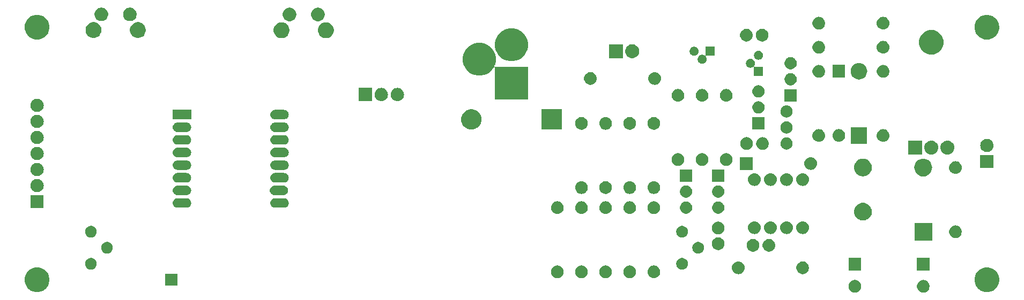
<source format=gbs>
G04 #@! TF.GenerationSoftware,KiCad,Pcbnew,(5.0.1)-4*
G04 #@! TF.CreationDate,2018-12-08T00:31:25+01:00*
G04 #@! TF.ProjectId,Baseboard,42617365626F6172642E6B696361645F,1.0*
G04 #@! TF.SameCoordinates,Original*
G04 #@! TF.FileFunction,Soldermask,Bot*
G04 #@! TF.FilePolarity,Negative*
%FSLAX46Y46*%
G04 Gerber Fmt 4.6, Leading zero omitted, Abs format (unit mm)*
G04 Created by KiCad (PCBNEW (5.0.1)-4) date 08.12.2018 00:31:25*
%MOMM*%
%LPD*%
G01*
G04 APERTURE LIST*
%ADD10C,0.100000*%
G04 APERTURE END LIST*
D10*
G36*
X227505770Y-106076372D02*
X227621689Y-106099429D01*
X227803678Y-106174811D01*
X227967463Y-106284249D01*
X228106751Y-106423537D01*
X228216189Y-106587322D01*
X228291571Y-106769311D01*
X228330000Y-106962509D01*
X228330000Y-107159491D01*
X228291571Y-107352689D01*
X228216189Y-107534678D01*
X228106751Y-107698463D01*
X227967463Y-107837751D01*
X227803678Y-107947189D01*
X227621689Y-108022571D01*
X227505770Y-108045628D01*
X227428493Y-108061000D01*
X227231507Y-108061000D01*
X227154230Y-108045628D01*
X227038311Y-108022571D01*
X226856322Y-107947189D01*
X226692537Y-107837751D01*
X226553249Y-107698463D01*
X226443811Y-107534678D01*
X226368429Y-107352689D01*
X226330000Y-107159491D01*
X226330000Y-106962509D01*
X226368429Y-106769311D01*
X226443811Y-106587322D01*
X226553249Y-106423537D01*
X226692537Y-106284249D01*
X226856322Y-106174811D01*
X227038311Y-106099429D01*
X227154230Y-106076372D01*
X227231507Y-106061000D01*
X227428493Y-106061000D01*
X227505770Y-106076372D01*
X227505770Y-106076372D01*
G37*
G36*
X216710770Y-106076372D02*
X216826689Y-106099429D01*
X217008678Y-106174811D01*
X217172463Y-106284249D01*
X217311751Y-106423537D01*
X217421189Y-106587322D01*
X217496571Y-106769311D01*
X217535000Y-106962509D01*
X217535000Y-107159491D01*
X217496571Y-107352689D01*
X217421189Y-107534678D01*
X217311751Y-107698463D01*
X217172463Y-107837751D01*
X217008678Y-107947189D01*
X216826689Y-108022571D01*
X216710770Y-108045628D01*
X216633493Y-108061000D01*
X216436507Y-108061000D01*
X216359230Y-108045628D01*
X216243311Y-108022571D01*
X216061322Y-107947189D01*
X215897537Y-107837751D01*
X215758249Y-107698463D01*
X215648811Y-107534678D01*
X215573429Y-107352689D01*
X215535000Y-107159491D01*
X215535000Y-106962509D01*
X215573429Y-106769311D01*
X215648811Y-106587322D01*
X215758249Y-106423537D01*
X215897537Y-106284249D01*
X216061322Y-106174811D01*
X216243311Y-106099429D01*
X216359230Y-106076372D01*
X216436507Y-106061000D01*
X216633493Y-106061000D01*
X216710770Y-106076372D01*
X216710770Y-106076372D01*
G37*
G36*
X237661631Y-104108531D02*
X237944512Y-104164799D01*
X238299400Y-104311799D01*
X238618791Y-104525209D01*
X238890411Y-104796829D01*
X239103821Y-105116220D01*
X239250821Y-105471108D01*
X239325760Y-105847856D01*
X239325760Y-106231984D01*
X239250821Y-106608732D01*
X239103821Y-106963620D01*
X238890411Y-107283011D01*
X238618791Y-107554631D01*
X238299400Y-107768041D01*
X237944512Y-107915041D01*
X237661631Y-107971309D01*
X237567766Y-107989980D01*
X237183634Y-107989980D01*
X237089769Y-107971309D01*
X236806888Y-107915041D01*
X236452000Y-107768041D01*
X236132609Y-107554631D01*
X235860989Y-107283011D01*
X235647579Y-106963620D01*
X235500579Y-106608732D01*
X235425640Y-106231984D01*
X235425640Y-105847856D01*
X235500579Y-105471108D01*
X235647579Y-105116220D01*
X235860989Y-104796829D01*
X236132609Y-104525209D01*
X236452000Y-104311799D01*
X236806888Y-104164799D01*
X237089769Y-104108531D01*
X237183634Y-104089860D01*
X237567766Y-104089860D01*
X237661631Y-104108531D01*
X237661631Y-104108531D01*
G37*
G36*
X87661931Y-104108531D02*
X87944812Y-104164799D01*
X88299700Y-104311799D01*
X88619091Y-104525209D01*
X88890711Y-104796829D01*
X89104121Y-105116220D01*
X89251121Y-105471108D01*
X89326060Y-105847856D01*
X89326060Y-106231984D01*
X89251121Y-106608732D01*
X89104121Y-106963620D01*
X88890711Y-107283011D01*
X88619091Y-107554631D01*
X88299700Y-107768041D01*
X87944812Y-107915041D01*
X87661931Y-107971309D01*
X87568066Y-107989980D01*
X87183934Y-107989980D01*
X87090069Y-107971309D01*
X86807188Y-107915041D01*
X86452300Y-107768041D01*
X86132909Y-107554631D01*
X85861289Y-107283011D01*
X85647879Y-106963620D01*
X85500879Y-106608732D01*
X85425940Y-106231984D01*
X85425940Y-105847856D01*
X85500879Y-105471108D01*
X85647879Y-105116220D01*
X85861289Y-104796829D01*
X86132909Y-104525209D01*
X86452300Y-104311799D01*
X86807188Y-104164799D01*
X87090069Y-104108531D01*
X87183934Y-104089860D01*
X87568066Y-104089860D01*
X87661931Y-104108531D01*
X87661931Y-104108531D01*
G37*
G36*
X109535000Y-106995000D02*
X107635000Y-106995000D01*
X107635000Y-105095000D01*
X109535000Y-105095000D01*
X109535000Y-106995000D01*
X109535000Y-106995000D01*
G37*
G36*
X177340770Y-103790372D02*
X177456689Y-103813429D01*
X177638678Y-103888811D01*
X177802463Y-103998249D01*
X177941751Y-104137537D01*
X178051189Y-104301322D01*
X178126571Y-104483311D01*
X178165000Y-104676509D01*
X178165000Y-104873491D01*
X178126571Y-105066689D01*
X178051189Y-105248678D01*
X177941751Y-105412463D01*
X177802463Y-105551751D01*
X177638678Y-105661189D01*
X177456689Y-105736571D01*
X177340770Y-105759628D01*
X177263493Y-105775000D01*
X177066507Y-105775000D01*
X176989230Y-105759628D01*
X176873311Y-105736571D01*
X176691322Y-105661189D01*
X176527537Y-105551751D01*
X176388249Y-105412463D01*
X176278811Y-105248678D01*
X176203429Y-105066689D01*
X176165000Y-104873491D01*
X176165000Y-104676509D01*
X176203429Y-104483311D01*
X176278811Y-104301322D01*
X176388249Y-104137537D01*
X176527537Y-103998249D01*
X176691322Y-103888811D01*
X176873311Y-103813429D01*
X176989230Y-103790372D01*
X177066507Y-103775000D01*
X177263493Y-103775000D01*
X177340770Y-103790372D01*
X177340770Y-103790372D01*
G37*
G36*
X173530770Y-103790372D02*
X173646689Y-103813429D01*
X173828678Y-103888811D01*
X173992463Y-103998249D01*
X174131751Y-104137537D01*
X174241189Y-104301322D01*
X174316571Y-104483311D01*
X174355000Y-104676509D01*
X174355000Y-104873491D01*
X174316571Y-105066689D01*
X174241189Y-105248678D01*
X174131751Y-105412463D01*
X173992463Y-105551751D01*
X173828678Y-105661189D01*
X173646689Y-105736571D01*
X173530770Y-105759628D01*
X173453493Y-105775000D01*
X173256507Y-105775000D01*
X173179230Y-105759628D01*
X173063311Y-105736571D01*
X172881322Y-105661189D01*
X172717537Y-105551751D01*
X172578249Y-105412463D01*
X172468811Y-105248678D01*
X172393429Y-105066689D01*
X172355000Y-104873491D01*
X172355000Y-104676509D01*
X172393429Y-104483311D01*
X172468811Y-104301322D01*
X172578249Y-104137537D01*
X172717537Y-103998249D01*
X172881322Y-103888811D01*
X173063311Y-103813429D01*
X173179230Y-103790372D01*
X173256507Y-103775000D01*
X173453493Y-103775000D01*
X173530770Y-103790372D01*
X173530770Y-103790372D01*
G37*
G36*
X184981030Y-103789469D02*
X184981033Y-103789470D01*
X184981034Y-103789470D01*
X185169535Y-103846651D01*
X185169537Y-103846652D01*
X185343260Y-103939509D01*
X185495528Y-104064472D01*
X185620491Y-104216740D01*
X185620492Y-104216742D01*
X185713349Y-104390465D01*
X185754019Y-104524537D01*
X185770531Y-104578970D01*
X185789838Y-104775000D01*
X185770531Y-104971030D01*
X185770530Y-104971033D01*
X185770530Y-104971034D01*
X185719275Y-105140000D01*
X185713348Y-105159537D01*
X185620491Y-105333260D01*
X185495528Y-105485528D01*
X185343260Y-105610491D01*
X185343258Y-105610492D01*
X185169535Y-105703349D01*
X184981034Y-105760530D01*
X184981033Y-105760530D01*
X184981030Y-105760531D01*
X184834124Y-105775000D01*
X184735876Y-105775000D01*
X184588970Y-105760531D01*
X184588967Y-105760530D01*
X184588966Y-105760530D01*
X184400465Y-105703349D01*
X184226742Y-105610492D01*
X184226740Y-105610491D01*
X184074472Y-105485528D01*
X183949509Y-105333260D01*
X183856652Y-105159537D01*
X183850726Y-105140000D01*
X183799470Y-104971034D01*
X183799470Y-104971033D01*
X183799469Y-104971030D01*
X183780162Y-104775000D01*
X183799469Y-104578970D01*
X183815981Y-104524537D01*
X183856651Y-104390465D01*
X183949508Y-104216742D01*
X183949509Y-104216740D01*
X184074472Y-104064472D01*
X184226740Y-103939509D01*
X184400463Y-103846652D01*
X184400465Y-103846651D01*
X184588966Y-103789470D01*
X184588967Y-103789470D01*
X184588970Y-103789469D01*
X184735876Y-103775000D01*
X184834124Y-103775000D01*
X184981030Y-103789469D01*
X184981030Y-103789469D01*
G37*
G36*
X169720770Y-103790372D02*
X169836689Y-103813429D01*
X170018678Y-103888811D01*
X170182463Y-103998249D01*
X170321751Y-104137537D01*
X170431189Y-104301322D01*
X170506571Y-104483311D01*
X170545000Y-104676509D01*
X170545000Y-104873491D01*
X170506571Y-105066689D01*
X170431189Y-105248678D01*
X170321751Y-105412463D01*
X170182463Y-105551751D01*
X170018678Y-105661189D01*
X169836689Y-105736571D01*
X169720770Y-105759628D01*
X169643493Y-105775000D01*
X169446507Y-105775000D01*
X169369230Y-105759628D01*
X169253311Y-105736571D01*
X169071322Y-105661189D01*
X168907537Y-105551751D01*
X168768249Y-105412463D01*
X168658811Y-105248678D01*
X168583429Y-105066689D01*
X168545000Y-104873491D01*
X168545000Y-104676509D01*
X168583429Y-104483311D01*
X168658811Y-104301322D01*
X168768249Y-104137537D01*
X168907537Y-103998249D01*
X169071322Y-103888811D01*
X169253311Y-103813429D01*
X169369230Y-103790372D01*
X169446507Y-103775000D01*
X169643493Y-103775000D01*
X169720770Y-103790372D01*
X169720770Y-103790372D01*
G37*
G36*
X181150770Y-103790372D02*
X181266689Y-103813429D01*
X181448678Y-103888811D01*
X181612463Y-103998249D01*
X181751751Y-104137537D01*
X181861189Y-104301322D01*
X181936571Y-104483311D01*
X181975000Y-104676509D01*
X181975000Y-104873491D01*
X181936571Y-105066689D01*
X181861189Y-105248678D01*
X181751751Y-105412463D01*
X181612463Y-105551751D01*
X181448678Y-105661189D01*
X181266689Y-105736571D01*
X181150770Y-105759628D01*
X181073493Y-105775000D01*
X180876507Y-105775000D01*
X180799230Y-105759628D01*
X180683311Y-105736571D01*
X180501322Y-105661189D01*
X180337537Y-105551751D01*
X180198249Y-105412463D01*
X180088811Y-105248678D01*
X180013429Y-105066689D01*
X179975000Y-104873491D01*
X179975000Y-104676509D01*
X180013429Y-104483311D01*
X180088811Y-104301322D01*
X180198249Y-104137537D01*
X180337537Y-103998249D01*
X180501322Y-103888811D01*
X180683311Y-103813429D01*
X180799230Y-103790372D01*
X180876507Y-103775000D01*
X181073493Y-103775000D01*
X181150770Y-103790372D01*
X181150770Y-103790372D01*
G37*
G36*
X198316030Y-103154469D02*
X198316033Y-103154470D01*
X198316034Y-103154470D01*
X198504535Y-103211651D01*
X198504537Y-103211652D01*
X198678260Y-103304509D01*
X198830528Y-103429472D01*
X198955491Y-103581740D01*
X198955492Y-103581742D01*
X199048349Y-103755465D01*
X199104178Y-103939509D01*
X199105531Y-103943970D01*
X199124838Y-104140000D01*
X199105531Y-104336030D01*
X199105530Y-104336033D01*
X199105530Y-104336034D01*
X199078543Y-104425000D01*
X199048348Y-104524537D01*
X198955491Y-104698260D01*
X198830528Y-104850528D01*
X198678260Y-104975491D01*
X198678258Y-104975492D01*
X198504535Y-105068349D01*
X198316034Y-105125530D01*
X198316033Y-105125530D01*
X198316030Y-105125531D01*
X198169124Y-105140000D01*
X198070876Y-105140000D01*
X197923970Y-105125531D01*
X197923967Y-105125530D01*
X197923966Y-105125530D01*
X197735465Y-105068349D01*
X197561742Y-104975492D01*
X197561740Y-104975491D01*
X197409472Y-104850528D01*
X197284509Y-104698260D01*
X197191652Y-104524537D01*
X197161458Y-104425000D01*
X197134470Y-104336034D01*
X197134470Y-104336033D01*
X197134469Y-104336030D01*
X197115162Y-104140000D01*
X197134469Y-103943970D01*
X197135822Y-103939509D01*
X197191651Y-103755465D01*
X197284508Y-103581742D01*
X197284509Y-103581740D01*
X197409472Y-103429472D01*
X197561740Y-103304509D01*
X197735463Y-103211652D01*
X197735465Y-103211651D01*
X197923966Y-103154470D01*
X197923967Y-103154470D01*
X197923970Y-103154469D01*
X198070876Y-103140000D01*
X198169124Y-103140000D01*
X198316030Y-103154469D01*
X198316030Y-103154469D01*
G37*
G36*
X208455770Y-103155372D02*
X208571689Y-103178429D01*
X208753678Y-103253811D01*
X208917463Y-103363249D01*
X209056751Y-103502537D01*
X209166189Y-103666322D01*
X209241571Y-103848311D01*
X209280000Y-104041509D01*
X209280000Y-104238491D01*
X209241571Y-104431689D01*
X209166189Y-104613678D01*
X209056751Y-104777463D01*
X208917463Y-104916751D01*
X208753678Y-105026189D01*
X208571689Y-105101571D01*
X208455770Y-105124628D01*
X208378493Y-105140000D01*
X208181507Y-105140000D01*
X208104230Y-105124628D01*
X207988311Y-105101571D01*
X207806322Y-105026189D01*
X207642537Y-104916751D01*
X207503249Y-104777463D01*
X207393811Y-104613678D01*
X207318429Y-104431689D01*
X207280000Y-104238491D01*
X207280000Y-104041509D01*
X207318429Y-103848311D01*
X207393811Y-103666322D01*
X207503249Y-103502537D01*
X207642537Y-103363249D01*
X207806322Y-103253811D01*
X207988311Y-103178429D01*
X208104230Y-103155372D01*
X208181507Y-103140000D01*
X208378493Y-103140000D01*
X208455770Y-103155372D01*
X208455770Y-103155372D01*
G37*
G36*
X228330000Y-104561000D02*
X226330000Y-104561000D01*
X226330000Y-102561000D01*
X228330000Y-102561000D01*
X228330000Y-104561000D01*
X228330000Y-104561000D01*
G37*
G36*
X217535000Y-104561000D02*
X215535000Y-104561000D01*
X215535000Y-102561000D01*
X217535000Y-102561000D01*
X217535000Y-104561000D01*
X217535000Y-104561000D01*
G37*
G36*
X96153353Y-102620355D02*
X96320784Y-102689707D01*
X96471466Y-102790390D01*
X96599610Y-102918534D01*
X96700293Y-103069216D01*
X96769645Y-103236647D01*
X96805000Y-103414387D01*
X96805000Y-103595613D01*
X96769645Y-103773353D01*
X96700293Y-103940784D01*
X96599610Y-104091466D01*
X96471466Y-104219610D01*
X96320784Y-104320293D01*
X96153353Y-104389645D01*
X95975613Y-104425000D01*
X95794387Y-104425000D01*
X95616647Y-104389645D01*
X95449216Y-104320293D01*
X95298534Y-104219610D01*
X95170390Y-104091466D01*
X95069707Y-103940784D01*
X95000355Y-103773353D01*
X94965000Y-103595613D01*
X94965000Y-103414387D01*
X95000355Y-103236647D01*
X95069707Y-103069216D01*
X95170390Y-102918534D01*
X95298534Y-102790390D01*
X95449216Y-102689707D01*
X95616647Y-102620355D01*
X95794387Y-102585000D01*
X95975613Y-102585000D01*
X96153353Y-102620355D01*
X96153353Y-102620355D01*
G37*
G36*
X189498353Y-102620355D02*
X189665784Y-102689707D01*
X189816466Y-102790390D01*
X189944610Y-102918534D01*
X190045293Y-103069216D01*
X190114645Y-103236647D01*
X190150000Y-103414387D01*
X190150000Y-103595613D01*
X190114645Y-103773353D01*
X190045293Y-103940784D01*
X189944610Y-104091466D01*
X189816466Y-104219610D01*
X189665784Y-104320293D01*
X189498353Y-104389645D01*
X189320613Y-104425000D01*
X189139387Y-104425000D01*
X188961647Y-104389645D01*
X188794216Y-104320293D01*
X188643534Y-104219610D01*
X188515390Y-104091466D01*
X188414707Y-103940784D01*
X188345355Y-103773353D01*
X188310000Y-103595613D01*
X188310000Y-103414387D01*
X188345355Y-103236647D01*
X188414707Y-103069216D01*
X188515390Y-102918534D01*
X188643534Y-102790390D01*
X188794216Y-102689707D01*
X188961647Y-102620355D01*
X189139387Y-102585000D01*
X189320613Y-102585000D01*
X189498353Y-102620355D01*
X189498353Y-102620355D01*
G37*
G36*
X192038353Y-100080355D02*
X192205784Y-100149707D01*
X192356466Y-100250390D01*
X192484610Y-100378534D01*
X192585293Y-100529216D01*
X192654645Y-100696647D01*
X192690000Y-100874387D01*
X192690000Y-101055613D01*
X192654645Y-101233353D01*
X192585293Y-101400784D01*
X192484610Y-101551466D01*
X192356466Y-101679610D01*
X192205784Y-101780293D01*
X192038353Y-101849645D01*
X191860613Y-101885000D01*
X191679387Y-101885000D01*
X191501647Y-101849645D01*
X191334216Y-101780293D01*
X191183534Y-101679610D01*
X191055390Y-101551466D01*
X190954707Y-101400784D01*
X190885355Y-101233353D01*
X190850000Y-101055613D01*
X190850000Y-100874387D01*
X190885355Y-100696647D01*
X190954707Y-100529216D01*
X191055390Y-100378534D01*
X191183534Y-100250390D01*
X191334216Y-100149707D01*
X191501647Y-100080355D01*
X191679387Y-100045000D01*
X191860613Y-100045000D01*
X192038353Y-100080355D01*
X192038353Y-100080355D01*
G37*
G36*
X98693353Y-100080355D02*
X98860784Y-100149707D01*
X99011466Y-100250390D01*
X99139610Y-100378534D01*
X99240293Y-100529216D01*
X99309645Y-100696647D01*
X99345000Y-100874387D01*
X99345000Y-101055613D01*
X99309645Y-101233353D01*
X99240293Y-101400784D01*
X99139610Y-101551466D01*
X99011466Y-101679610D01*
X98860784Y-101780293D01*
X98693353Y-101849645D01*
X98515613Y-101885000D01*
X98334387Y-101885000D01*
X98156647Y-101849645D01*
X97989216Y-101780293D01*
X97838534Y-101679610D01*
X97710390Y-101551466D01*
X97609707Y-101400784D01*
X97540355Y-101233353D01*
X97505000Y-101055613D01*
X97505000Y-100874387D01*
X97540355Y-100696647D01*
X97609707Y-100529216D01*
X97710390Y-100378534D01*
X97838534Y-100250390D01*
X97989216Y-100149707D01*
X98156647Y-100080355D01*
X98334387Y-100045000D01*
X98515613Y-100045000D01*
X98693353Y-100080355D01*
X98693353Y-100080355D01*
G37*
G36*
X200621770Y-99599372D02*
X200737689Y-99622429D01*
X200919678Y-99697811D01*
X201083463Y-99807249D01*
X201222751Y-99946537D01*
X201332189Y-100110322D01*
X201407571Y-100292311D01*
X201430628Y-100408230D01*
X201446000Y-100485507D01*
X201446000Y-100682493D01*
X201430628Y-100759770D01*
X201407571Y-100875689D01*
X201332189Y-101057678D01*
X201222751Y-101221463D01*
X201083463Y-101360751D01*
X200919678Y-101470189D01*
X200737689Y-101545571D01*
X200621770Y-101568628D01*
X200544493Y-101584000D01*
X200347507Y-101584000D01*
X200270230Y-101568628D01*
X200154311Y-101545571D01*
X199972322Y-101470189D01*
X199808537Y-101360751D01*
X199669249Y-101221463D01*
X199559811Y-101057678D01*
X199484429Y-100875689D01*
X199461372Y-100759770D01*
X199446000Y-100682493D01*
X199446000Y-100485507D01*
X199461372Y-100408230D01*
X199484429Y-100292311D01*
X199559811Y-100110322D01*
X199669249Y-99946537D01*
X199808537Y-99807249D01*
X199972322Y-99697811D01*
X200154311Y-99622429D01*
X200270230Y-99599372D01*
X200347507Y-99584000D01*
X200544493Y-99584000D01*
X200621770Y-99599372D01*
X200621770Y-99599372D01*
G37*
G36*
X203121770Y-99599372D02*
X203237689Y-99622429D01*
X203419678Y-99697811D01*
X203583463Y-99807249D01*
X203722751Y-99946537D01*
X203832189Y-100110322D01*
X203907571Y-100292311D01*
X203930628Y-100408230D01*
X203946000Y-100485507D01*
X203946000Y-100682493D01*
X203930628Y-100759770D01*
X203907571Y-100875689D01*
X203832189Y-101057678D01*
X203722751Y-101221463D01*
X203583463Y-101360751D01*
X203419678Y-101470189D01*
X203237689Y-101545571D01*
X203121770Y-101568628D01*
X203044493Y-101584000D01*
X202847507Y-101584000D01*
X202770230Y-101568628D01*
X202654311Y-101545571D01*
X202472322Y-101470189D01*
X202308537Y-101360751D01*
X202169249Y-101221463D01*
X202059811Y-101057678D01*
X201984429Y-100875689D01*
X201961372Y-100759770D01*
X201946000Y-100682493D01*
X201946000Y-100485507D01*
X201961372Y-100408230D01*
X201984429Y-100292311D01*
X202059811Y-100110322D01*
X202169249Y-99946537D01*
X202308537Y-99807249D01*
X202472322Y-99697811D01*
X202654311Y-99622429D01*
X202770230Y-99599372D01*
X202847507Y-99584000D01*
X203044493Y-99584000D01*
X203121770Y-99599372D01*
X203121770Y-99599372D01*
G37*
G36*
X195118902Y-99345000D02*
X195236689Y-99368429D01*
X195418678Y-99443811D01*
X195582463Y-99553249D01*
X195721751Y-99692537D01*
X195831189Y-99856322D01*
X195906571Y-100038311D01*
X195945000Y-100231509D01*
X195945000Y-100428491D01*
X195906571Y-100621689D01*
X195831189Y-100803678D01*
X195721751Y-100967463D01*
X195582463Y-101106751D01*
X195418678Y-101216189D01*
X195236689Y-101291571D01*
X195120770Y-101314628D01*
X195043493Y-101330000D01*
X194846507Y-101330000D01*
X194769230Y-101314628D01*
X194653311Y-101291571D01*
X194471322Y-101216189D01*
X194307537Y-101106751D01*
X194168249Y-100967463D01*
X194058811Y-100803678D01*
X193983429Y-100621689D01*
X193945000Y-100428491D01*
X193945000Y-100231509D01*
X193983429Y-100038311D01*
X194058811Y-99856322D01*
X194168249Y-99692537D01*
X194307537Y-99553249D01*
X194471322Y-99443811D01*
X194653311Y-99368429D01*
X194771098Y-99345000D01*
X194846507Y-99330000D01*
X195043493Y-99330000D01*
X195118902Y-99345000D01*
X195118902Y-99345000D01*
G37*
G36*
X228730000Y-99825000D02*
X225930000Y-99825000D01*
X225930000Y-97025000D01*
X228730000Y-97025000D01*
X228730000Y-99825000D01*
X228730000Y-99825000D01*
G37*
G36*
X232585770Y-97440372D02*
X232701689Y-97463429D01*
X232883678Y-97538811D01*
X233047463Y-97648249D01*
X233186751Y-97787537D01*
X233296189Y-97951322D01*
X233371571Y-98133311D01*
X233410000Y-98326509D01*
X233410000Y-98523491D01*
X233371571Y-98716689D01*
X233296189Y-98898678D01*
X233186751Y-99062463D01*
X233047463Y-99201751D01*
X232883678Y-99311189D01*
X232701689Y-99386571D01*
X232585770Y-99409628D01*
X232508493Y-99425000D01*
X232311507Y-99425000D01*
X232234230Y-99409628D01*
X232118311Y-99386571D01*
X231936322Y-99311189D01*
X231772537Y-99201751D01*
X231633249Y-99062463D01*
X231523811Y-98898678D01*
X231448429Y-98716689D01*
X231410000Y-98523491D01*
X231410000Y-98326509D01*
X231448429Y-98133311D01*
X231523811Y-97951322D01*
X231633249Y-97787537D01*
X231772537Y-97648249D01*
X231936322Y-97538811D01*
X232118311Y-97463429D01*
X232234230Y-97440372D01*
X232311507Y-97425000D01*
X232508493Y-97425000D01*
X232585770Y-97440372D01*
X232585770Y-97440372D01*
G37*
G36*
X189498353Y-97540355D02*
X189665784Y-97609707D01*
X189816466Y-97710390D01*
X189944610Y-97838534D01*
X190045293Y-97989216D01*
X190114645Y-98156647D01*
X190150000Y-98334387D01*
X190150000Y-98515613D01*
X190114645Y-98693353D01*
X190045293Y-98860784D01*
X189944610Y-99011466D01*
X189816466Y-99139610D01*
X189665784Y-99240293D01*
X189498353Y-99309645D01*
X189320613Y-99345000D01*
X189139387Y-99345000D01*
X188961647Y-99309645D01*
X188794216Y-99240293D01*
X188643534Y-99139610D01*
X188515390Y-99011466D01*
X188414707Y-98860784D01*
X188345355Y-98693353D01*
X188310000Y-98515613D01*
X188310000Y-98334387D01*
X188345355Y-98156647D01*
X188414707Y-97989216D01*
X188515390Y-97838534D01*
X188643534Y-97710390D01*
X188794216Y-97609707D01*
X188961647Y-97540355D01*
X189139387Y-97505000D01*
X189320613Y-97505000D01*
X189498353Y-97540355D01*
X189498353Y-97540355D01*
G37*
G36*
X96153353Y-97540355D02*
X96320784Y-97609707D01*
X96471466Y-97710390D01*
X96599610Y-97838534D01*
X96700293Y-97989216D01*
X96769645Y-98156647D01*
X96805000Y-98334387D01*
X96805000Y-98515613D01*
X96769645Y-98693353D01*
X96700293Y-98860784D01*
X96599610Y-99011466D01*
X96471466Y-99139610D01*
X96320784Y-99240293D01*
X96153353Y-99309645D01*
X95975613Y-99345000D01*
X95794387Y-99345000D01*
X95616647Y-99309645D01*
X95449216Y-99240293D01*
X95298534Y-99139610D01*
X95170390Y-99011466D01*
X95069707Y-98860784D01*
X95000355Y-98693353D01*
X94965000Y-98515613D01*
X94965000Y-98334387D01*
X95000355Y-98156647D01*
X95069707Y-97989216D01*
X95170390Y-97838534D01*
X95298534Y-97710390D01*
X95449216Y-97609707D01*
X95616647Y-97540355D01*
X95794387Y-97505000D01*
X95975613Y-97505000D01*
X96153353Y-97540355D01*
X96153353Y-97540355D01*
G37*
G36*
X195120770Y-96845372D02*
X195236689Y-96868429D01*
X195418678Y-96943811D01*
X195582463Y-97053249D01*
X195721751Y-97192537D01*
X195831189Y-97356322D01*
X195906571Y-97538311D01*
X195917641Y-97593966D01*
X195940800Y-97710390D01*
X195945000Y-97731509D01*
X195945000Y-97928491D01*
X195906571Y-98121689D01*
X195831189Y-98303678D01*
X195721751Y-98467463D01*
X195582463Y-98606751D01*
X195418678Y-98716189D01*
X195236689Y-98791571D01*
X195120770Y-98814628D01*
X195043493Y-98830000D01*
X194846507Y-98830000D01*
X194769230Y-98814628D01*
X194653311Y-98791571D01*
X194471322Y-98716189D01*
X194307537Y-98606751D01*
X194168249Y-98467463D01*
X194058811Y-98303678D01*
X193983429Y-98121689D01*
X193945000Y-97928491D01*
X193945000Y-97731509D01*
X193949201Y-97710390D01*
X193972359Y-97593966D01*
X193983429Y-97538311D01*
X194058811Y-97356322D01*
X194168249Y-97192537D01*
X194307537Y-97053249D01*
X194471322Y-96943811D01*
X194653311Y-96868429D01*
X194769230Y-96845372D01*
X194846507Y-96830000D01*
X195043493Y-96830000D01*
X195120770Y-96845372D01*
X195120770Y-96845372D01*
G37*
G36*
X205936030Y-96804469D02*
X205936033Y-96804470D01*
X205936034Y-96804470D01*
X206124535Y-96861651D01*
X206124537Y-96861652D01*
X206298260Y-96954509D01*
X206450528Y-97079472D01*
X206575491Y-97231740D01*
X206642083Y-97356325D01*
X206668349Y-97405465D01*
X206725530Y-97593966D01*
X206725531Y-97593970D01*
X206744838Y-97790000D01*
X206725531Y-97986030D01*
X206725530Y-97986033D01*
X206725530Y-97986034D01*
X206673776Y-98156646D01*
X206668348Y-98174537D01*
X206575491Y-98348260D01*
X206450528Y-98500528D01*
X206298260Y-98625491D01*
X206298258Y-98625492D01*
X206124535Y-98718349D01*
X205936034Y-98775530D01*
X205936033Y-98775530D01*
X205936030Y-98775531D01*
X205789124Y-98790000D01*
X205690876Y-98790000D01*
X205543970Y-98775531D01*
X205543967Y-98775530D01*
X205543966Y-98775530D01*
X205355465Y-98718349D01*
X205181742Y-98625492D01*
X205181740Y-98625491D01*
X205029472Y-98500528D01*
X204904509Y-98348260D01*
X204811652Y-98174537D01*
X204806225Y-98156646D01*
X204754470Y-97986034D01*
X204754470Y-97986033D01*
X204754469Y-97986030D01*
X204735162Y-97790000D01*
X204754469Y-97593970D01*
X204754470Y-97593966D01*
X204811651Y-97405465D01*
X204837917Y-97356325D01*
X204904509Y-97231740D01*
X205029472Y-97079472D01*
X205181740Y-96954509D01*
X205355463Y-96861652D01*
X205355465Y-96861651D01*
X205543966Y-96804470D01*
X205543967Y-96804470D01*
X205543970Y-96804469D01*
X205690876Y-96790000D01*
X205789124Y-96790000D01*
X205936030Y-96804469D01*
X205936030Y-96804469D01*
G37*
G36*
X203396030Y-96804469D02*
X203396033Y-96804470D01*
X203396034Y-96804470D01*
X203584535Y-96861651D01*
X203584537Y-96861652D01*
X203758260Y-96954509D01*
X203910528Y-97079472D01*
X204035491Y-97231740D01*
X204102083Y-97356325D01*
X204128349Y-97405465D01*
X204185530Y-97593966D01*
X204185531Y-97593970D01*
X204204838Y-97790000D01*
X204185531Y-97986030D01*
X204185530Y-97986033D01*
X204185530Y-97986034D01*
X204133776Y-98156646D01*
X204128348Y-98174537D01*
X204035491Y-98348260D01*
X203910528Y-98500528D01*
X203758260Y-98625491D01*
X203758258Y-98625492D01*
X203584535Y-98718349D01*
X203396034Y-98775530D01*
X203396033Y-98775530D01*
X203396030Y-98775531D01*
X203249124Y-98790000D01*
X203150876Y-98790000D01*
X203003970Y-98775531D01*
X203003967Y-98775530D01*
X203003966Y-98775530D01*
X202815465Y-98718349D01*
X202641742Y-98625492D01*
X202641740Y-98625491D01*
X202489472Y-98500528D01*
X202364509Y-98348260D01*
X202271652Y-98174537D01*
X202266225Y-98156646D01*
X202214470Y-97986034D01*
X202214470Y-97986033D01*
X202214469Y-97986030D01*
X202195162Y-97790000D01*
X202214469Y-97593970D01*
X202214470Y-97593966D01*
X202271651Y-97405465D01*
X202297917Y-97356325D01*
X202364509Y-97231740D01*
X202489472Y-97079472D01*
X202641740Y-96954509D01*
X202815463Y-96861652D01*
X202815465Y-96861651D01*
X203003966Y-96804470D01*
X203003967Y-96804470D01*
X203003970Y-96804469D01*
X203150876Y-96790000D01*
X203249124Y-96790000D01*
X203396030Y-96804469D01*
X203396030Y-96804469D01*
G37*
G36*
X208476030Y-96804469D02*
X208476033Y-96804470D01*
X208476034Y-96804470D01*
X208664535Y-96861651D01*
X208664537Y-96861652D01*
X208838260Y-96954509D01*
X208990528Y-97079472D01*
X209115491Y-97231740D01*
X209182083Y-97356325D01*
X209208349Y-97405465D01*
X209265530Y-97593966D01*
X209265531Y-97593970D01*
X209284838Y-97790000D01*
X209265531Y-97986030D01*
X209265530Y-97986033D01*
X209265530Y-97986034D01*
X209213776Y-98156646D01*
X209208348Y-98174537D01*
X209115491Y-98348260D01*
X208990528Y-98500528D01*
X208838260Y-98625491D01*
X208838258Y-98625492D01*
X208664535Y-98718349D01*
X208476034Y-98775530D01*
X208476033Y-98775530D01*
X208476030Y-98775531D01*
X208329124Y-98790000D01*
X208230876Y-98790000D01*
X208083970Y-98775531D01*
X208083967Y-98775530D01*
X208083966Y-98775530D01*
X207895465Y-98718349D01*
X207721742Y-98625492D01*
X207721740Y-98625491D01*
X207569472Y-98500528D01*
X207444509Y-98348260D01*
X207351652Y-98174537D01*
X207346225Y-98156646D01*
X207294470Y-97986034D01*
X207294470Y-97986033D01*
X207294469Y-97986030D01*
X207275162Y-97790000D01*
X207294469Y-97593970D01*
X207294470Y-97593966D01*
X207351651Y-97405465D01*
X207377917Y-97356325D01*
X207444509Y-97231740D01*
X207569472Y-97079472D01*
X207721740Y-96954509D01*
X207895463Y-96861652D01*
X207895465Y-96861651D01*
X208083966Y-96804470D01*
X208083967Y-96804470D01*
X208083970Y-96804469D01*
X208230876Y-96790000D01*
X208329124Y-96790000D01*
X208476030Y-96804469D01*
X208476030Y-96804469D01*
G37*
G36*
X200856030Y-96804469D02*
X200856033Y-96804470D01*
X200856034Y-96804470D01*
X201044535Y-96861651D01*
X201044537Y-96861652D01*
X201218260Y-96954509D01*
X201370528Y-97079472D01*
X201495491Y-97231740D01*
X201562083Y-97356325D01*
X201588349Y-97405465D01*
X201645530Y-97593966D01*
X201645531Y-97593970D01*
X201664838Y-97790000D01*
X201645531Y-97986030D01*
X201645530Y-97986033D01*
X201645530Y-97986034D01*
X201593776Y-98156646D01*
X201588348Y-98174537D01*
X201495491Y-98348260D01*
X201370528Y-98500528D01*
X201218260Y-98625491D01*
X201218258Y-98625492D01*
X201044535Y-98718349D01*
X200856034Y-98775530D01*
X200856033Y-98775530D01*
X200856030Y-98775531D01*
X200709124Y-98790000D01*
X200610876Y-98790000D01*
X200463970Y-98775531D01*
X200463967Y-98775530D01*
X200463966Y-98775530D01*
X200275465Y-98718349D01*
X200101742Y-98625492D01*
X200101740Y-98625491D01*
X199949472Y-98500528D01*
X199824509Y-98348260D01*
X199731652Y-98174537D01*
X199726225Y-98156646D01*
X199674470Y-97986034D01*
X199674470Y-97986033D01*
X199674469Y-97986030D01*
X199655162Y-97790000D01*
X199674469Y-97593970D01*
X199674470Y-97593966D01*
X199731651Y-97405465D01*
X199757917Y-97356325D01*
X199824509Y-97231740D01*
X199949472Y-97079472D01*
X200101740Y-96954509D01*
X200275463Y-96861652D01*
X200275465Y-96861651D01*
X200463966Y-96804470D01*
X200463967Y-96804470D01*
X200463970Y-96804469D01*
X200610876Y-96790000D01*
X200709124Y-96790000D01*
X200856030Y-96804469D01*
X200856030Y-96804469D01*
G37*
G36*
X218040012Y-93869319D02*
X218213365Y-93903801D01*
X218391372Y-93977534D01*
X218452940Y-94003036D01*
X218468149Y-94009336D01*
X218539094Y-94056740D01*
X218697451Y-94162551D01*
X218892449Y-94357549D01*
X218892451Y-94357552D01*
X219045664Y-94586851D01*
X219138524Y-94811034D01*
X219151199Y-94841636D01*
X219205000Y-95112111D01*
X219205000Y-95387889D01*
X219204232Y-95391751D01*
X219175120Y-95538108D01*
X219151199Y-95658364D01*
X219045665Y-95913147D01*
X218892449Y-96142451D01*
X218697451Y-96337449D01*
X218697448Y-96337451D01*
X218468149Y-96490664D01*
X218213365Y-96596199D01*
X218078126Y-96623100D01*
X217942889Y-96650000D01*
X217667111Y-96650000D01*
X217531873Y-96623099D01*
X217396635Y-96596199D01*
X217141851Y-96490664D01*
X216912552Y-96337451D01*
X216912549Y-96337449D01*
X216717551Y-96142451D01*
X216564335Y-95913147D01*
X216458801Y-95658364D01*
X216434881Y-95538108D01*
X216405768Y-95391751D01*
X216405000Y-95387889D01*
X216405000Y-95112111D01*
X216458801Y-94841636D01*
X216471477Y-94811034D01*
X216564336Y-94586851D01*
X216717549Y-94357552D01*
X216717551Y-94357549D01*
X216912549Y-94162551D01*
X217070906Y-94056740D01*
X217141851Y-94009336D01*
X217157061Y-94003036D01*
X217218628Y-93977534D01*
X217396635Y-93903801D01*
X217569988Y-93869319D01*
X217667111Y-93850000D01*
X217942889Y-93850000D01*
X218040012Y-93869319D01*
X218040012Y-93869319D01*
G37*
G36*
X173551030Y-93629469D02*
X173551033Y-93629470D01*
X173551034Y-93629470D01*
X173739535Y-93686651D01*
X173739537Y-93686652D01*
X173913260Y-93779509D01*
X174065528Y-93904472D01*
X174190491Y-94056740D01*
X174247047Y-94162549D01*
X174283349Y-94230465D01*
X174315053Y-94334979D01*
X174340531Y-94418970D01*
X174359838Y-94615000D01*
X174340531Y-94811030D01*
X174340530Y-94811033D01*
X174340530Y-94811034D01*
X174315053Y-94895022D01*
X174283348Y-94999537D01*
X174190491Y-95173260D01*
X174065528Y-95325528D01*
X173913260Y-95450491D01*
X173913258Y-95450492D01*
X173739535Y-95543349D01*
X173551034Y-95600530D01*
X173551033Y-95600530D01*
X173551030Y-95600531D01*
X173404124Y-95615000D01*
X173305876Y-95615000D01*
X173158970Y-95600531D01*
X173158967Y-95600530D01*
X173158966Y-95600530D01*
X172970465Y-95543349D01*
X172796742Y-95450492D01*
X172796740Y-95450491D01*
X172644472Y-95325528D01*
X172519509Y-95173260D01*
X172426652Y-94999537D01*
X172394948Y-94895022D01*
X172369470Y-94811034D01*
X172369470Y-94811033D01*
X172369469Y-94811030D01*
X172350162Y-94615000D01*
X172369469Y-94418970D01*
X172394947Y-94334979D01*
X172426651Y-94230465D01*
X172462953Y-94162549D01*
X172519509Y-94056740D01*
X172644472Y-93904472D01*
X172796740Y-93779509D01*
X172970463Y-93686652D01*
X172970465Y-93686651D01*
X173158966Y-93629470D01*
X173158967Y-93629470D01*
X173158970Y-93629469D01*
X173305876Y-93615000D01*
X173404124Y-93615000D01*
X173551030Y-93629469D01*
X173551030Y-93629469D01*
G37*
G36*
X177361030Y-93629469D02*
X177361033Y-93629470D01*
X177361034Y-93629470D01*
X177549535Y-93686651D01*
X177549537Y-93686652D01*
X177723260Y-93779509D01*
X177875528Y-93904472D01*
X178000491Y-94056740D01*
X178057047Y-94162549D01*
X178093349Y-94230465D01*
X178125053Y-94334979D01*
X178150531Y-94418970D01*
X178169838Y-94615000D01*
X178150531Y-94811030D01*
X178150530Y-94811033D01*
X178150530Y-94811034D01*
X178125053Y-94895022D01*
X178093348Y-94999537D01*
X178000491Y-95173260D01*
X177875528Y-95325528D01*
X177723260Y-95450491D01*
X177723258Y-95450492D01*
X177549535Y-95543349D01*
X177361034Y-95600530D01*
X177361033Y-95600530D01*
X177361030Y-95600531D01*
X177214124Y-95615000D01*
X177115876Y-95615000D01*
X176968970Y-95600531D01*
X176968967Y-95600530D01*
X176968966Y-95600530D01*
X176780465Y-95543349D01*
X176606742Y-95450492D01*
X176606740Y-95450491D01*
X176454472Y-95325528D01*
X176329509Y-95173260D01*
X176236652Y-94999537D01*
X176204948Y-94895022D01*
X176179470Y-94811034D01*
X176179470Y-94811033D01*
X176179469Y-94811030D01*
X176160162Y-94615000D01*
X176179469Y-94418970D01*
X176204947Y-94334979D01*
X176236651Y-94230465D01*
X176272953Y-94162549D01*
X176329509Y-94056740D01*
X176454472Y-93904472D01*
X176606740Y-93779509D01*
X176780463Y-93686652D01*
X176780465Y-93686651D01*
X176968966Y-93629470D01*
X176968967Y-93629470D01*
X176968970Y-93629469D01*
X177115876Y-93615000D01*
X177214124Y-93615000D01*
X177361030Y-93629469D01*
X177361030Y-93629469D01*
G37*
G36*
X169741030Y-93629469D02*
X169741033Y-93629470D01*
X169741034Y-93629470D01*
X169929535Y-93686651D01*
X169929537Y-93686652D01*
X170103260Y-93779509D01*
X170255528Y-93904472D01*
X170380491Y-94056740D01*
X170437047Y-94162549D01*
X170473349Y-94230465D01*
X170505053Y-94334979D01*
X170530531Y-94418970D01*
X170549838Y-94615000D01*
X170530531Y-94811030D01*
X170530530Y-94811033D01*
X170530530Y-94811034D01*
X170505053Y-94895022D01*
X170473348Y-94999537D01*
X170380491Y-95173260D01*
X170255528Y-95325528D01*
X170103260Y-95450491D01*
X170103258Y-95450492D01*
X169929535Y-95543349D01*
X169741034Y-95600530D01*
X169741033Y-95600530D01*
X169741030Y-95600531D01*
X169594124Y-95615000D01*
X169495876Y-95615000D01*
X169348970Y-95600531D01*
X169348967Y-95600530D01*
X169348966Y-95600530D01*
X169160465Y-95543349D01*
X168986742Y-95450492D01*
X168986740Y-95450491D01*
X168834472Y-95325528D01*
X168709509Y-95173260D01*
X168616652Y-94999537D01*
X168584948Y-94895022D01*
X168559470Y-94811034D01*
X168559470Y-94811033D01*
X168559469Y-94811030D01*
X168540162Y-94615000D01*
X168559469Y-94418970D01*
X168584947Y-94334979D01*
X168616651Y-94230465D01*
X168652953Y-94162549D01*
X168709509Y-94056740D01*
X168834472Y-93904472D01*
X168986740Y-93779509D01*
X169160463Y-93686652D01*
X169160465Y-93686651D01*
X169348966Y-93629470D01*
X169348967Y-93629470D01*
X169348970Y-93629469D01*
X169495876Y-93615000D01*
X169594124Y-93615000D01*
X169741030Y-93629469D01*
X169741030Y-93629469D01*
G37*
G36*
X184960770Y-93630372D02*
X185076689Y-93653429D01*
X185258678Y-93728811D01*
X185422463Y-93838249D01*
X185561751Y-93977537D01*
X185671189Y-94141322D01*
X185746571Y-94323311D01*
X185769628Y-94439230D01*
X185783829Y-94510619D01*
X185785000Y-94516509D01*
X185785000Y-94713491D01*
X185746571Y-94906689D01*
X185671189Y-95088678D01*
X185561751Y-95252463D01*
X185422463Y-95391751D01*
X185258678Y-95501189D01*
X185076689Y-95576571D01*
X184960770Y-95599628D01*
X184883493Y-95615000D01*
X184686507Y-95615000D01*
X184609230Y-95599628D01*
X184493311Y-95576571D01*
X184311322Y-95501189D01*
X184147537Y-95391751D01*
X184008249Y-95252463D01*
X183898811Y-95088678D01*
X183823429Y-94906689D01*
X183785000Y-94713491D01*
X183785000Y-94516509D01*
X183786172Y-94510619D01*
X183800372Y-94439230D01*
X183823429Y-94323311D01*
X183898811Y-94141322D01*
X184008249Y-93977537D01*
X184147537Y-93838249D01*
X184311322Y-93728811D01*
X184493311Y-93653429D01*
X184609230Y-93630372D01*
X184686507Y-93615000D01*
X184883493Y-93615000D01*
X184960770Y-93630372D01*
X184960770Y-93630372D01*
G37*
G36*
X181171030Y-93629469D02*
X181171033Y-93629470D01*
X181171034Y-93629470D01*
X181359535Y-93686651D01*
X181359537Y-93686652D01*
X181533260Y-93779509D01*
X181685528Y-93904472D01*
X181810491Y-94056740D01*
X181867047Y-94162549D01*
X181903349Y-94230465D01*
X181935053Y-94334979D01*
X181960531Y-94418970D01*
X181979838Y-94615000D01*
X181960531Y-94811030D01*
X181960530Y-94811033D01*
X181960530Y-94811034D01*
X181935053Y-94895022D01*
X181903348Y-94999537D01*
X181810491Y-95173260D01*
X181685528Y-95325528D01*
X181533260Y-95450491D01*
X181533258Y-95450492D01*
X181359535Y-95543349D01*
X181171034Y-95600530D01*
X181171033Y-95600530D01*
X181171030Y-95600531D01*
X181024124Y-95615000D01*
X180925876Y-95615000D01*
X180778970Y-95600531D01*
X180778967Y-95600530D01*
X180778966Y-95600530D01*
X180590465Y-95543349D01*
X180416742Y-95450492D01*
X180416740Y-95450491D01*
X180264472Y-95325528D01*
X180139509Y-95173260D01*
X180046652Y-94999537D01*
X180014948Y-94895022D01*
X179989470Y-94811034D01*
X179989470Y-94811033D01*
X179989469Y-94811030D01*
X179970162Y-94615000D01*
X179989469Y-94418970D01*
X180014947Y-94334979D01*
X180046651Y-94230465D01*
X180082953Y-94162549D01*
X180139509Y-94056740D01*
X180264472Y-93904472D01*
X180416740Y-93779509D01*
X180590463Y-93686652D01*
X180590465Y-93686651D01*
X180778966Y-93629470D01*
X180778967Y-93629470D01*
X180778970Y-93629469D01*
X180925876Y-93615000D01*
X181024124Y-93615000D01*
X181171030Y-93629469D01*
X181171030Y-93629469D01*
G37*
G36*
X190052287Y-93673446D02*
X190145022Y-93691892D01*
X190319731Y-93764259D01*
X190448051Y-93850000D01*
X190476967Y-93869321D01*
X190610679Y-94003033D01*
X190715742Y-94160271D01*
X190716686Y-94162551D01*
X190788108Y-94334978D01*
X190792598Y-94357552D01*
X190825000Y-94520447D01*
X190825000Y-94709553D01*
X190824216Y-94713493D01*
X190788108Y-94895022D01*
X190715741Y-95069731D01*
X190687423Y-95112112D01*
X190610679Y-95226967D01*
X190476967Y-95360679D01*
X190476964Y-95360681D01*
X190319731Y-95465741D01*
X190145022Y-95538108D01*
X190052287Y-95556554D01*
X189959553Y-95575000D01*
X189770447Y-95575000D01*
X189677713Y-95556554D01*
X189584978Y-95538108D01*
X189410269Y-95465741D01*
X189253036Y-95360681D01*
X189253033Y-95360679D01*
X189119321Y-95226967D01*
X189042577Y-95112112D01*
X189014259Y-95069731D01*
X188941892Y-94895022D01*
X188905784Y-94713493D01*
X188905000Y-94709553D01*
X188905000Y-94520447D01*
X188937402Y-94357552D01*
X188941892Y-94334978D01*
X189013314Y-94162551D01*
X189014258Y-94160271D01*
X189119321Y-94003033D01*
X189253033Y-93869321D01*
X189281949Y-93850000D01*
X189410269Y-93764259D01*
X189584978Y-93691892D01*
X189677713Y-93673446D01*
X189770447Y-93655000D01*
X189959553Y-93655000D01*
X190052287Y-93673446D01*
X190052287Y-93673446D01*
G37*
G36*
X195132287Y-93673446D02*
X195225022Y-93691892D01*
X195399731Y-93764259D01*
X195528051Y-93850000D01*
X195556967Y-93869321D01*
X195690679Y-94003033D01*
X195795742Y-94160271D01*
X195796686Y-94162551D01*
X195868108Y-94334978D01*
X195872598Y-94357552D01*
X195905000Y-94520447D01*
X195905000Y-94709553D01*
X195904216Y-94713493D01*
X195868108Y-94895022D01*
X195795741Y-95069731D01*
X195767423Y-95112112D01*
X195690679Y-95226967D01*
X195556967Y-95360679D01*
X195556964Y-95360681D01*
X195399731Y-95465741D01*
X195225022Y-95538108D01*
X195132287Y-95556554D01*
X195039553Y-95575000D01*
X194850447Y-95575000D01*
X194757713Y-95556554D01*
X194664978Y-95538108D01*
X194490269Y-95465741D01*
X194333036Y-95360681D01*
X194333033Y-95360679D01*
X194199321Y-95226967D01*
X194122577Y-95112112D01*
X194094259Y-95069731D01*
X194021892Y-94895022D01*
X193985784Y-94713493D01*
X193985000Y-94709553D01*
X193985000Y-94520447D01*
X194017402Y-94357552D01*
X194021892Y-94334978D01*
X194093314Y-94162551D01*
X194094258Y-94160271D01*
X194199321Y-94003033D01*
X194333033Y-93869321D01*
X194361949Y-93850000D01*
X194490269Y-93764259D01*
X194664978Y-93691892D01*
X194757713Y-93673446D01*
X194850447Y-93655000D01*
X195039553Y-93655000D01*
X195132287Y-93673446D01*
X195132287Y-93673446D01*
G37*
G36*
X88424740Y-94711180D02*
X86324740Y-94711180D01*
X86324740Y-92611180D01*
X88424740Y-92611180D01*
X88424740Y-94711180D01*
X88424740Y-94711180D01*
G37*
G36*
X111115027Y-93144852D02*
X111256401Y-93187738D01*
X111386694Y-93257380D01*
X111500896Y-93351104D01*
X111594620Y-93465306D01*
X111664262Y-93595599D01*
X111707148Y-93736973D01*
X111721628Y-93884000D01*
X111707148Y-94031027D01*
X111664262Y-94172401D01*
X111594620Y-94302694D01*
X111500896Y-94416896D01*
X111386694Y-94510620D01*
X111256401Y-94580262D01*
X111115027Y-94623148D01*
X111004839Y-94634000D01*
X109531161Y-94634000D01*
X109420973Y-94623148D01*
X109279599Y-94580262D01*
X109149306Y-94510620D01*
X109035104Y-94416896D01*
X108941380Y-94302694D01*
X108871738Y-94172401D01*
X108828852Y-94031027D01*
X108814372Y-93884000D01*
X108828852Y-93736973D01*
X108871738Y-93595599D01*
X108941380Y-93465306D01*
X109035104Y-93351104D01*
X109149306Y-93257380D01*
X109279599Y-93187738D01*
X109420973Y-93144852D01*
X109531161Y-93134000D01*
X111004839Y-93134000D01*
X111115027Y-93144852D01*
X111115027Y-93144852D01*
G37*
G36*
X126515027Y-93144852D02*
X126656401Y-93187738D01*
X126786694Y-93257380D01*
X126900896Y-93351104D01*
X126994620Y-93465306D01*
X127064262Y-93595599D01*
X127107148Y-93736973D01*
X127121628Y-93884000D01*
X127107148Y-94031027D01*
X127064262Y-94172401D01*
X126994620Y-94302694D01*
X126900896Y-94416896D01*
X126786694Y-94510620D01*
X126656401Y-94580262D01*
X126515027Y-94623148D01*
X126404839Y-94634000D01*
X124931161Y-94634000D01*
X124820973Y-94623148D01*
X124679599Y-94580262D01*
X124549306Y-94510620D01*
X124435104Y-94416896D01*
X124341380Y-94302694D01*
X124271738Y-94172401D01*
X124228852Y-94031027D01*
X124214372Y-93884000D01*
X124228852Y-93736973D01*
X124271738Y-93595599D01*
X124341380Y-93465306D01*
X124435104Y-93351104D01*
X124549306Y-93257380D01*
X124679599Y-93187738D01*
X124820973Y-93144852D01*
X124931161Y-93134000D01*
X126404839Y-93134000D01*
X126515027Y-93144852D01*
X126515027Y-93144852D01*
G37*
G36*
X190052287Y-91133446D02*
X190145022Y-91151892D01*
X190319731Y-91224259D01*
X190369300Y-91257380D01*
X190476967Y-91329321D01*
X190610679Y-91463033D01*
X190610681Y-91463036D01*
X190661099Y-91538491D01*
X190715742Y-91620271D01*
X190722271Y-91636034D01*
X190788108Y-91794978D01*
X190825000Y-91980448D01*
X190825000Y-92169552D01*
X190788108Y-92355022D01*
X190758902Y-92425531D01*
X190723658Y-92510619D01*
X190715741Y-92529731D01*
X190612079Y-92684872D01*
X190610679Y-92686967D01*
X190476967Y-92820679D01*
X190476964Y-92820681D01*
X190319731Y-92925741D01*
X190145022Y-92998108D01*
X190052287Y-93016554D01*
X189959553Y-93035000D01*
X189770447Y-93035000D01*
X189677713Y-93016554D01*
X189584978Y-92998108D01*
X189410269Y-92925741D01*
X189253036Y-92820681D01*
X189253033Y-92820679D01*
X189119321Y-92686967D01*
X189117921Y-92684872D01*
X189014259Y-92529731D01*
X189006343Y-92510619D01*
X188971098Y-92425531D01*
X188941892Y-92355022D01*
X188905000Y-92169552D01*
X188905000Y-91980448D01*
X188941892Y-91794978D01*
X189007729Y-91636034D01*
X189014258Y-91620271D01*
X189068902Y-91538491D01*
X189119319Y-91463036D01*
X189119321Y-91463033D01*
X189253033Y-91329321D01*
X189360700Y-91257380D01*
X189410269Y-91224259D01*
X189584978Y-91151892D01*
X189677713Y-91133446D01*
X189770447Y-91115000D01*
X189959553Y-91115000D01*
X190052287Y-91133446D01*
X190052287Y-91133446D01*
G37*
G36*
X195132287Y-91133446D02*
X195225022Y-91151892D01*
X195399731Y-91224259D01*
X195449300Y-91257380D01*
X195556967Y-91329321D01*
X195690679Y-91463033D01*
X195690681Y-91463036D01*
X195741099Y-91538491D01*
X195795742Y-91620271D01*
X195802271Y-91636034D01*
X195868108Y-91794978D01*
X195905000Y-91980448D01*
X195905000Y-92169552D01*
X195868108Y-92355022D01*
X195838902Y-92425531D01*
X195803658Y-92510619D01*
X195795741Y-92529731D01*
X195692079Y-92684872D01*
X195690679Y-92686967D01*
X195556967Y-92820679D01*
X195556964Y-92820681D01*
X195399731Y-92925741D01*
X195225022Y-92998108D01*
X195132287Y-93016554D01*
X195039553Y-93035000D01*
X194850447Y-93035000D01*
X194757713Y-93016554D01*
X194664978Y-92998108D01*
X194490269Y-92925741D01*
X194333036Y-92820681D01*
X194333033Y-92820679D01*
X194199321Y-92686967D01*
X194197921Y-92684872D01*
X194094259Y-92529731D01*
X194086343Y-92510619D01*
X194051098Y-92425531D01*
X194021892Y-92355022D01*
X193985000Y-92169552D01*
X193985000Y-91980448D01*
X194021892Y-91794978D01*
X194087729Y-91636034D01*
X194094258Y-91620271D01*
X194148902Y-91538491D01*
X194199319Y-91463036D01*
X194199321Y-91463033D01*
X194333033Y-91329321D01*
X194440700Y-91257380D01*
X194490269Y-91224259D01*
X194664978Y-91151892D01*
X194757713Y-91133446D01*
X194850447Y-91115000D01*
X195039553Y-91115000D01*
X195132287Y-91133446D01*
X195132287Y-91133446D01*
G37*
G36*
X126415027Y-91144852D02*
X126556401Y-91187738D01*
X126686694Y-91257380D01*
X126800896Y-91351104D01*
X126894620Y-91465306D01*
X126964262Y-91595599D01*
X127007148Y-91736973D01*
X127021628Y-91884000D01*
X127007148Y-92031027D01*
X126964262Y-92172401D01*
X126894620Y-92302694D01*
X126800896Y-92416896D01*
X126686694Y-92510620D01*
X126556401Y-92580262D01*
X126415027Y-92623148D01*
X126304839Y-92634000D01*
X124831161Y-92634000D01*
X124720973Y-92623148D01*
X124579599Y-92580262D01*
X124449306Y-92510620D01*
X124335104Y-92416896D01*
X124241380Y-92302694D01*
X124171738Y-92172401D01*
X124128852Y-92031027D01*
X124114372Y-91884000D01*
X124128852Y-91736973D01*
X124171738Y-91595599D01*
X124241380Y-91465306D01*
X124335104Y-91351104D01*
X124449306Y-91257380D01*
X124579599Y-91187738D01*
X124720973Y-91144852D01*
X124831161Y-91134000D01*
X126304839Y-91134000D01*
X126415027Y-91144852D01*
X126415027Y-91144852D01*
G37*
G36*
X111115027Y-91144852D02*
X111256401Y-91187738D01*
X111386694Y-91257380D01*
X111500896Y-91351104D01*
X111594620Y-91465306D01*
X111664262Y-91595599D01*
X111707148Y-91736973D01*
X111721628Y-91884000D01*
X111707148Y-92031027D01*
X111664262Y-92172401D01*
X111594620Y-92302694D01*
X111500896Y-92416896D01*
X111386694Y-92510620D01*
X111256401Y-92580262D01*
X111115027Y-92623148D01*
X111004839Y-92634000D01*
X109531161Y-92634000D01*
X109420973Y-92623148D01*
X109279599Y-92580262D01*
X109149306Y-92510620D01*
X109035104Y-92416896D01*
X108941380Y-92302694D01*
X108871738Y-92172401D01*
X108828852Y-92031027D01*
X108814372Y-91884000D01*
X108828852Y-91736973D01*
X108871738Y-91595599D01*
X108941380Y-91465306D01*
X109035104Y-91351104D01*
X109149306Y-91257380D01*
X109279599Y-91187738D01*
X109420973Y-91144852D01*
X109531161Y-91134000D01*
X111004839Y-91134000D01*
X111115027Y-91144852D01*
X111115027Y-91144852D01*
G37*
G36*
X173551030Y-90454469D02*
X173551033Y-90454470D01*
X173551034Y-90454470D01*
X173739535Y-90511651D01*
X173739537Y-90511652D01*
X173913260Y-90604509D01*
X174065528Y-90729472D01*
X174190491Y-90881740D01*
X174190492Y-90881742D01*
X174283349Y-91055465D01*
X174334552Y-91224259D01*
X174340531Y-91243970D01*
X174359838Y-91440000D01*
X174340531Y-91636030D01*
X174340530Y-91636033D01*
X174340530Y-91636034D01*
X174292315Y-91794979D01*
X174283348Y-91824537D01*
X174190491Y-91998260D01*
X174065528Y-92150528D01*
X173913260Y-92275491D01*
X173913258Y-92275492D01*
X173739535Y-92368349D01*
X173551034Y-92425530D01*
X173551033Y-92425530D01*
X173551030Y-92425531D01*
X173404124Y-92440000D01*
X173305876Y-92440000D01*
X173158970Y-92425531D01*
X173158967Y-92425530D01*
X173158966Y-92425530D01*
X172970465Y-92368349D01*
X172796742Y-92275492D01*
X172796740Y-92275491D01*
X172644472Y-92150528D01*
X172519509Y-91998260D01*
X172426652Y-91824537D01*
X172417686Y-91794979D01*
X172369470Y-91636034D01*
X172369470Y-91636033D01*
X172369469Y-91636030D01*
X172350162Y-91440000D01*
X172369469Y-91243970D01*
X172375448Y-91224259D01*
X172426651Y-91055465D01*
X172519508Y-90881742D01*
X172519509Y-90881740D01*
X172644472Y-90729472D01*
X172796740Y-90604509D01*
X172970463Y-90511652D01*
X172970465Y-90511651D01*
X173158966Y-90454470D01*
X173158967Y-90454470D01*
X173158970Y-90454469D01*
X173305876Y-90440000D01*
X173404124Y-90440000D01*
X173551030Y-90454469D01*
X173551030Y-90454469D01*
G37*
G36*
X177340770Y-90455372D02*
X177456689Y-90478429D01*
X177638678Y-90553811D01*
X177802463Y-90663249D01*
X177941751Y-90802537D01*
X178051189Y-90966322D01*
X178126571Y-91148311D01*
X178148266Y-91257380D01*
X178162576Y-91329319D01*
X178165000Y-91341509D01*
X178165000Y-91538491D01*
X178126571Y-91731689D01*
X178051189Y-91913678D01*
X177941751Y-92077463D01*
X177802463Y-92216751D01*
X177638678Y-92326189D01*
X177456689Y-92401571D01*
X177340770Y-92424628D01*
X177263493Y-92440000D01*
X177066507Y-92440000D01*
X176989230Y-92424628D01*
X176873311Y-92401571D01*
X176691322Y-92326189D01*
X176527537Y-92216751D01*
X176388249Y-92077463D01*
X176278811Y-91913678D01*
X176203429Y-91731689D01*
X176165000Y-91538491D01*
X176165000Y-91341509D01*
X176167425Y-91329319D01*
X176181734Y-91257380D01*
X176203429Y-91148311D01*
X176278811Y-90966322D01*
X176388249Y-90802537D01*
X176527537Y-90663249D01*
X176691322Y-90553811D01*
X176873311Y-90478429D01*
X176989230Y-90455372D01*
X177066507Y-90440000D01*
X177263493Y-90440000D01*
X177340770Y-90455372D01*
X177340770Y-90455372D01*
G37*
G36*
X181171030Y-90454469D02*
X181171033Y-90454470D01*
X181171034Y-90454470D01*
X181359535Y-90511651D01*
X181359537Y-90511652D01*
X181533260Y-90604509D01*
X181685528Y-90729472D01*
X181810491Y-90881740D01*
X181810492Y-90881742D01*
X181903349Y-91055465D01*
X181954552Y-91224259D01*
X181960531Y-91243970D01*
X181979838Y-91440000D01*
X181960531Y-91636030D01*
X181960530Y-91636033D01*
X181960530Y-91636034D01*
X181912315Y-91794979D01*
X181903348Y-91824537D01*
X181810491Y-91998260D01*
X181685528Y-92150528D01*
X181533260Y-92275491D01*
X181533258Y-92275492D01*
X181359535Y-92368349D01*
X181171034Y-92425530D01*
X181171033Y-92425530D01*
X181171030Y-92425531D01*
X181024124Y-92440000D01*
X180925876Y-92440000D01*
X180778970Y-92425531D01*
X180778967Y-92425530D01*
X180778966Y-92425530D01*
X180590465Y-92368349D01*
X180416742Y-92275492D01*
X180416740Y-92275491D01*
X180264472Y-92150528D01*
X180139509Y-91998260D01*
X180046652Y-91824537D01*
X180037686Y-91794979D01*
X179989470Y-91636034D01*
X179989470Y-91636033D01*
X179989469Y-91636030D01*
X179970162Y-91440000D01*
X179989469Y-91243970D01*
X179995448Y-91224259D01*
X180046651Y-91055465D01*
X180139508Y-90881742D01*
X180139509Y-90881740D01*
X180264472Y-90729472D01*
X180416740Y-90604509D01*
X180590463Y-90511652D01*
X180590465Y-90511651D01*
X180778966Y-90454470D01*
X180778967Y-90454470D01*
X180778970Y-90454469D01*
X180925876Y-90440000D01*
X181024124Y-90440000D01*
X181171030Y-90454469D01*
X181171030Y-90454469D01*
G37*
G36*
X184981030Y-90454469D02*
X184981033Y-90454470D01*
X184981034Y-90454470D01*
X185169535Y-90511651D01*
X185169537Y-90511652D01*
X185343260Y-90604509D01*
X185495528Y-90729472D01*
X185620491Y-90881740D01*
X185620492Y-90881742D01*
X185713349Y-91055465D01*
X185764552Y-91224259D01*
X185770531Y-91243970D01*
X185789838Y-91440000D01*
X185770531Y-91636030D01*
X185770530Y-91636033D01*
X185770530Y-91636034D01*
X185722315Y-91794979D01*
X185713348Y-91824537D01*
X185620491Y-91998260D01*
X185495528Y-92150528D01*
X185343260Y-92275491D01*
X185343258Y-92275492D01*
X185169535Y-92368349D01*
X184981034Y-92425530D01*
X184981033Y-92425530D01*
X184981030Y-92425531D01*
X184834124Y-92440000D01*
X184735876Y-92440000D01*
X184588970Y-92425531D01*
X184588967Y-92425530D01*
X184588966Y-92425530D01*
X184400465Y-92368349D01*
X184226742Y-92275492D01*
X184226740Y-92275491D01*
X184074472Y-92150528D01*
X183949509Y-91998260D01*
X183856652Y-91824537D01*
X183847686Y-91794979D01*
X183799470Y-91636034D01*
X183799470Y-91636033D01*
X183799469Y-91636030D01*
X183780162Y-91440000D01*
X183799469Y-91243970D01*
X183805448Y-91224259D01*
X183856651Y-91055465D01*
X183949508Y-90881742D01*
X183949509Y-90881740D01*
X184074472Y-90729472D01*
X184226740Y-90604509D01*
X184400463Y-90511652D01*
X184400465Y-90511651D01*
X184588966Y-90454470D01*
X184588967Y-90454470D01*
X184588970Y-90454469D01*
X184735876Y-90440000D01*
X184834124Y-90440000D01*
X184981030Y-90454469D01*
X184981030Y-90454469D01*
G37*
G36*
X87503447Y-90078777D02*
X87580576Y-90086373D01*
X87712527Y-90126400D01*
X87778503Y-90146413D01*
X87960912Y-90243913D01*
X88120794Y-90375126D01*
X88252007Y-90535008D01*
X88349507Y-90717417D01*
X88352796Y-90728260D01*
X88409547Y-90915344D01*
X88429820Y-91121180D01*
X88409547Y-91327016D01*
X88375274Y-91440000D01*
X88349507Y-91524943D01*
X88252007Y-91707352D01*
X88120794Y-91867234D01*
X87960912Y-91998447D01*
X87778503Y-92095947D01*
X87712527Y-92115960D01*
X87580576Y-92155987D01*
X87503447Y-92163583D01*
X87426320Y-92171180D01*
X87323160Y-92171180D01*
X87246033Y-92163583D01*
X87168904Y-92155987D01*
X87036953Y-92115960D01*
X86970977Y-92095947D01*
X86788568Y-91998447D01*
X86628686Y-91867234D01*
X86497473Y-91707352D01*
X86399973Y-91524943D01*
X86374206Y-91440000D01*
X86339933Y-91327016D01*
X86319660Y-91121180D01*
X86339933Y-90915344D01*
X86396684Y-90728260D01*
X86399973Y-90717417D01*
X86497473Y-90535008D01*
X86628686Y-90375126D01*
X86788568Y-90243913D01*
X86970977Y-90146413D01*
X87036953Y-90126400D01*
X87168904Y-90086373D01*
X87246033Y-90078777D01*
X87323160Y-90071180D01*
X87426320Y-90071180D01*
X87503447Y-90078777D01*
X87503447Y-90078777D01*
G37*
G36*
X203396030Y-89184469D02*
X203396033Y-89184470D01*
X203396034Y-89184470D01*
X203584535Y-89241651D01*
X203584537Y-89241652D01*
X203758260Y-89334509D01*
X203910528Y-89459472D01*
X204035491Y-89611740D01*
X204128348Y-89785463D01*
X204185531Y-89973970D01*
X204204838Y-90170000D01*
X204185531Y-90366030D01*
X204185530Y-90366033D01*
X204185530Y-90366034D01*
X204128569Y-90553811D01*
X204128348Y-90554537D01*
X204035491Y-90728260D01*
X203910528Y-90880528D01*
X203758260Y-91005491D01*
X203758258Y-91005492D01*
X203584535Y-91098349D01*
X203396034Y-91155530D01*
X203396033Y-91155530D01*
X203396030Y-91155531D01*
X203249124Y-91170000D01*
X203150876Y-91170000D01*
X203003970Y-91155531D01*
X203003967Y-91155530D01*
X203003966Y-91155530D01*
X202815465Y-91098349D01*
X202641742Y-91005492D01*
X202641740Y-91005491D01*
X202489472Y-90880528D01*
X202364509Y-90728260D01*
X202271652Y-90554537D01*
X202271432Y-90553811D01*
X202214470Y-90366034D01*
X202214470Y-90366033D01*
X202214469Y-90366030D01*
X202195162Y-90170000D01*
X202214469Y-89973970D01*
X202271652Y-89785463D01*
X202364509Y-89611740D01*
X202489472Y-89459472D01*
X202641740Y-89334509D01*
X202815463Y-89241652D01*
X202815465Y-89241651D01*
X203003966Y-89184470D01*
X203003967Y-89184470D01*
X203003970Y-89184469D01*
X203150876Y-89170000D01*
X203249124Y-89170000D01*
X203396030Y-89184469D01*
X203396030Y-89184469D01*
G37*
G36*
X205936030Y-89184469D02*
X205936033Y-89184470D01*
X205936034Y-89184470D01*
X206124535Y-89241651D01*
X206124537Y-89241652D01*
X206298260Y-89334509D01*
X206450528Y-89459472D01*
X206575491Y-89611740D01*
X206668348Y-89785463D01*
X206725531Y-89973970D01*
X206744838Y-90170000D01*
X206725531Y-90366030D01*
X206725530Y-90366033D01*
X206725530Y-90366034D01*
X206668569Y-90553811D01*
X206668348Y-90554537D01*
X206575491Y-90728260D01*
X206450528Y-90880528D01*
X206298260Y-91005491D01*
X206298258Y-91005492D01*
X206124535Y-91098349D01*
X205936034Y-91155530D01*
X205936033Y-91155530D01*
X205936030Y-91155531D01*
X205789124Y-91170000D01*
X205690876Y-91170000D01*
X205543970Y-91155531D01*
X205543967Y-91155530D01*
X205543966Y-91155530D01*
X205355465Y-91098349D01*
X205181742Y-91005492D01*
X205181740Y-91005491D01*
X205029472Y-90880528D01*
X204904509Y-90728260D01*
X204811652Y-90554537D01*
X204811432Y-90553811D01*
X204754470Y-90366034D01*
X204754470Y-90366033D01*
X204754469Y-90366030D01*
X204735162Y-90170000D01*
X204754469Y-89973970D01*
X204811652Y-89785463D01*
X204904509Y-89611740D01*
X205029472Y-89459472D01*
X205181740Y-89334509D01*
X205355463Y-89241652D01*
X205355465Y-89241651D01*
X205543966Y-89184470D01*
X205543967Y-89184470D01*
X205543970Y-89184469D01*
X205690876Y-89170000D01*
X205789124Y-89170000D01*
X205936030Y-89184469D01*
X205936030Y-89184469D01*
G37*
G36*
X200856030Y-89184469D02*
X200856033Y-89184470D01*
X200856034Y-89184470D01*
X201044535Y-89241651D01*
X201044537Y-89241652D01*
X201218260Y-89334509D01*
X201370528Y-89459472D01*
X201495491Y-89611740D01*
X201588348Y-89785463D01*
X201645531Y-89973970D01*
X201664838Y-90170000D01*
X201645531Y-90366030D01*
X201645530Y-90366033D01*
X201645530Y-90366034D01*
X201588569Y-90553811D01*
X201588348Y-90554537D01*
X201495491Y-90728260D01*
X201370528Y-90880528D01*
X201218260Y-91005491D01*
X201218258Y-91005492D01*
X201044535Y-91098349D01*
X200856034Y-91155530D01*
X200856033Y-91155530D01*
X200856030Y-91155531D01*
X200709124Y-91170000D01*
X200610876Y-91170000D01*
X200463970Y-91155531D01*
X200463967Y-91155530D01*
X200463966Y-91155530D01*
X200275465Y-91098349D01*
X200101742Y-91005492D01*
X200101740Y-91005491D01*
X199949472Y-90880528D01*
X199824509Y-90728260D01*
X199731652Y-90554537D01*
X199731432Y-90553811D01*
X199674470Y-90366034D01*
X199674470Y-90366033D01*
X199674469Y-90366030D01*
X199655162Y-90170000D01*
X199674469Y-89973970D01*
X199731652Y-89785463D01*
X199824509Y-89611740D01*
X199949472Y-89459472D01*
X200101740Y-89334509D01*
X200275463Y-89241652D01*
X200275465Y-89241651D01*
X200463966Y-89184470D01*
X200463967Y-89184470D01*
X200463970Y-89184469D01*
X200610876Y-89170000D01*
X200709124Y-89170000D01*
X200856030Y-89184469D01*
X200856030Y-89184469D01*
G37*
G36*
X208476030Y-89184469D02*
X208476033Y-89184470D01*
X208476034Y-89184470D01*
X208664535Y-89241651D01*
X208664537Y-89241652D01*
X208838260Y-89334509D01*
X208990528Y-89459472D01*
X209115491Y-89611740D01*
X209208348Y-89785463D01*
X209265531Y-89973970D01*
X209284838Y-90170000D01*
X209265531Y-90366030D01*
X209265530Y-90366033D01*
X209265530Y-90366034D01*
X209208569Y-90553811D01*
X209208348Y-90554537D01*
X209115491Y-90728260D01*
X208990528Y-90880528D01*
X208838260Y-91005491D01*
X208838258Y-91005492D01*
X208664535Y-91098349D01*
X208476034Y-91155530D01*
X208476033Y-91155530D01*
X208476030Y-91155531D01*
X208329124Y-91170000D01*
X208230876Y-91170000D01*
X208083970Y-91155531D01*
X208083967Y-91155530D01*
X208083966Y-91155530D01*
X207895465Y-91098349D01*
X207721742Y-91005492D01*
X207721740Y-91005491D01*
X207569472Y-90880528D01*
X207444509Y-90728260D01*
X207351652Y-90554537D01*
X207351432Y-90553811D01*
X207294470Y-90366034D01*
X207294470Y-90366033D01*
X207294469Y-90366030D01*
X207275162Y-90170000D01*
X207294469Y-89973970D01*
X207351652Y-89785463D01*
X207444509Y-89611740D01*
X207569472Y-89459472D01*
X207721740Y-89334509D01*
X207895463Y-89241652D01*
X207895465Y-89241651D01*
X208083966Y-89184470D01*
X208083967Y-89184470D01*
X208083970Y-89184469D01*
X208230876Y-89170000D01*
X208329124Y-89170000D01*
X208476030Y-89184469D01*
X208476030Y-89184469D01*
G37*
G36*
X111115027Y-89144852D02*
X111256401Y-89187738D01*
X111386694Y-89257380D01*
X111500896Y-89351104D01*
X111594620Y-89465306D01*
X111664262Y-89595599D01*
X111707148Y-89736973D01*
X111721628Y-89884000D01*
X111707148Y-90031027D01*
X111664262Y-90172401D01*
X111594620Y-90302694D01*
X111500896Y-90416896D01*
X111386694Y-90510620D01*
X111256401Y-90580262D01*
X111115027Y-90623148D01*
X111004839Y-90634000D01*
X109531161Y-90634000D01*
X109420973Y-90623148D01*
X109279599Y-90580262D01*
X109149306Y-90510620D01*
X109035104Y-90416896D01*
X108941380Y-90302694D01*
X108871738Y-90172401D01*
X108828852Y-90031027D01*
X108814372Y-89884000D01*
X108828852Y-89736973D01*
X108871738Y-89595599D01*
X108941380Y-89465306D01*
X109035104Y-89351104D01*
X109149306Y-89257380D01*
X109279599Y-89187738D01*
X109420973Y-89144852D01*
X109531161Y-89134000D01*
X111004839Y-89134000D01*
X111115027Y-89144852D01*
X111115027Y-89144852D01*
G37*
G36*
X126515027Y-89144852D02*
X126656401Y-89187738D01*
X126786694Y-89257380D01*
X126900896Y-89351104D01*
X126994620Y-89465306D01*
X127064262Y-89595599D01*
X127107148Y-89736973D01*
X127121628Y-89884000D01*
X127107148Y-90031027D01*
X127064262Y-90172401D01*
X126994620Y-90302694D01*
X126900896Y-90416896D01*
X126786694Y-90510620D01*
X126656401Y-90580262D01*
X126515027Y-90623148D01*
X126404839Y-90634000D01*
X124931161Y-90634000D01*
X124820973Y-90623148D01*
X124679599Y-90580262D01*
X124549306Y-90510620D01*
X124435104Y-90416896D01*
X124341380Y-90302694D01*
X124271738Y-90172401D01*
X124228852Y-90031027D01*
X124214372Y-89884000D01*
X124228852Y-89736973D01*
X124271738Y-89595599D01*
X124341380Y-89465306D01*
X124435104Y-89351104D01*
X124549306Y-89257380D01*
X124679599Y-89187738D01*
X124820973Y-89144852D01*
X124931161Y-89134000D01*
X126404839Y-89134000D01*
X126515027Y-89144852D01*
X126515027Y-89144852D01*
G37*
G36*
X190825000Y-90495000D02*
X188905000Y-90495000D01*
X188905000Y-88575000D01*
X190825000Y-88575000D01*
X190825000Y-90495000D01*
X190825000Y-90495000D01*
G37*
G36*
X195905000Y-90495000D02*
X193985000Y-90495000D01*
X193985000Y-88575000D01*
X195905000Y-88575000D01*
X195905000Y-90495000D01*
X195905000Y-90495000D01*
G37*
G36*
X227604448Y-86885257D02*
X227868349Y-86965310D01*
X228111562Y-87095310D01*
X228324739Y-87270261D01*
X228499690Y-87483438D01*
X228629690Y-87726651D01*
X228709743Y-87990552D01*
X228736774Y-88265000D01*
X228709743Y-88539448D01*
X228629690Y-88803349D01*
X228499690Y-89046562D01*
X228324739Y-89259739D01*
X228111562Y-89434690D01*
X227868349Y-89564690D01*
X227604448Y-89644743D01*
X227398777Y-89665000D01*
X227261223Y-89665000D01*
X227055552Y-89644743D01*
X226791651Y-89564690D01*
X226548438Y-89434690D01*
X226335261Y-89259739D01*
X226160310Y-89046562D01*
X226030310Y-88803349D01*
X225950257Y-88539448D01*
X225923226Y-88265000D01*
X225950257Y-87990552D01*
X226030310Y-87726651D01*
X226160310Y-87483438D01*
X226335261Y-87270261D01*
X226548438Y-87095310D01*
X226791651Y-86965310D01*
X227055552Y-86885257D01*
X227261223Y-86865000D01*
X227398777Y-86865000D01*
X227604448Y-86885257D01*
X227604448Y-86885257D01*
G37*
G36*
X218078126Y-86876900D02*
X218213365Y-86903801D01*
X218468149Y-87009336D01*
X218596818Y-87095310D01*
X218697451Y-87162551D01*
X218892449Y-87357549D01*
X218892451Y-87357552D01*
X219045664Y-87586851D01*
X219148503Y-87835126D01*
X219151199Y-87841636D01*
X219205000Y-88112111D01*
X219205000Y-88387889D01*
X219189564Y-88465491D01*
X219151199Y-88658365D01*
X219045664Y-88913149D01*
X218956520Y-89046562D01*
X218892449Y-89142451D01*
X218697451Y-89337449D01*
X218697448Y-89337451D01*
X218468149Y-89490664D01*
X218213365Y-89596199D01*
X218078126Y-89623100D01*
X217942889Y-89650000D01*
X217667111Y-89650000D01*
X217531873Y-89623099D01*
X217396635Y-89596199D01*
X217141851Y-89490664D01*
X216912552Y-89337451D01*
X216912549Y-89337449D01*
X216717551Y-89142451D01*
X216653480Y-89046562D01*
X216564336Y-88913149D01*
X216458801Y-88658365D01*
X216420436Y-88465491D01*
X216405000Y-88387889D01*
X216405000Y-88112111D01*
X216458801Y-87841636D01*
X216461498Y-87835126D01*
X216564336Y-87586851D01*
X216717549Y-87357552D01*
X216717551Y-87357549D01*
X216912549Y-87162551D01*
X217013182Y-87095310D01*
X217141851Y-87009336D01*
X217396635Y-86903801D01*
X217531874Y-86876900D01*
X217667111Y-86850000D01*
X217942889Y-86850000D01*
X218078126Y-86876900D01*
X218078126Y-86876900D01*
G37*
G36*
X87503447Y-87538776D02*
X87580576Y-87546373D01*
X87712527Y-87586400D01*
X87778503Y-87606413D01*
X87960912Y-87703913D01*
X88120794Y-87835126D01*
X88252007Y-87995008D01*
X88349507Y-88177417D01*
X88352796Y-88188260D01*
X88409547Y-88375344D01*
X88429820Y-88581180D01*
X88409547Y-88787016D01*
X88371286Y-88913147D01*
X88349507Y-88984943D01*
X88252007Y-89167352D01*
X88120794Y-89327234D01*
X87960912Y-89458447D01*
X87778503Y-89555947D01*
X87712527Y-89575960D01*
X87580576Y-89615987D01*
X87503447Y-89623583D01*
X87426320Y-89631180D01*
X87323160Y-89631180D01*
X87246033Y-89623583D01*
X87168904Y-89615987D01*
X87036953Y-89575960D01*
X86970977Y-89555947D01*
X86788568Y-89458447D01*
X86628686Y-89327234D01*
X86497473Y-89167352D01*
X86399973Y-88984943D01*
X86378194Y-88913147D01*
X86339933Y-88787016D01*
X86319660Y-88581180D01*
X86339933Y-88375344D01*
X86396684Y-88188260D01*
X86399973Y-88177417D01*
X86497473Y-87995008D01*
X86628686Y-87835126D01*
X86788568Y-87703913D01*
X86970977Y-87606413D01*
X87036953Y-87586400D01*
X87168904Y-87546373D01*
X87246033Y-87538776D01*
X87323160Y-87531180D01*
X87426320Y-87531180D01*
X87503447Y-87538776D01*
X87503447Y-87538776D01*
G37*
G36*
X232606030Y-87279469D02*
X232606033Y-87279470D01*
X232606034Y-87279470D01*
X232794535Y-87336651D01*
X232794537Y-87336652D01*
X232968260Y-87429509D01*
X233120528Y-87554472D01*
X233245491Y-87706740D01*
X233338348Y-87880463D01*
X233338349Y-87880465D01*
X233379019Y-88014537D01*
X233395531Y-88068970D01*
X233414838Y-88265000D01*
X233395531Y-88461030D01*
X233395530Y-88461033D01*
X233395530Y-88461034D01*
X233344275Y-88630000D01*
X233338348Y-88649537D01*
X233245491Y-88823260D01*
X233120528Y-88975528D01*
X232968260Y-89100491D01*
X232805031Y-89187739D01*
X232794535Y-89193349D01*
X232606034Y-89250530D01*
X232606033Y-89250530D01*
X232606030Y-89250531D01*
X232459124Y-89265000D01*
X232360876Y-89265000D01*
X232213970Y-89250531D01*
X232213967Y-89250530D01*
X232213966Y-89250530D01*
X232025465Y-89193349D01*
X232014969Y-89187739D01*
X231851740Y-89100491D01*
X231699472Y-88975528D01*
X231574509Y-88823260D01*
X231481652Y-88649537D01*
X231475726Y-88630000D01*
X231424470Y-88461034D01*
X231424470Y-88461033D01*
X231424469Y-88461030D01*
X231405162Y-88265000D01*
X231424469Y-88068970D01*
X231440981Y-88014537D01*
X231481651Y-87880465D01*
X231481652Y-87880463D01*
X231574509Y-87706740D01*
X231699472Y-87554472D01*
X231851740Y-87429509D01*
X232025463Y-87336652D01*
X232025465Y-87336651D01*
X232213966Y-87279470D01*
X232213967Y-87279470D01*
X232213970Y-87279469D01*
X232360876Y-87265000D01*
X232459124Y-87265000D01*
X232606030Y-87279469D01*
X232606030Y-87279469D01*
G37*
G36*
X126515027Y-87144852D02*
X126656401Y-87187738D01*
X126786694Y-87257380D01*
X126900896Y-87351104D01*
X126994620Y-87465306D01*
X127064262Y-87595599D01*
X127107148Y-87736973D01*
X127121628Y-87884000D01*
X127107148Y-88031027D01*
X127064262Y-88172401D01*
X126994620Y-88302694D01*
X126900896Y-88416896D01*
X126786694Y-88510620D01*
X126656401Y-88580262D01*
X126515027Y-88623148D01*
X126404839Y-88634000D01*
X124931161Y-88634000D01*
X124820973Y-88623148D01*
X124679599Y-88580262D01*
X124549306Y-88510620D01*
X124435104Y-88416896D01*
X124341380Y-88302694D01*
X124271738Y-88172401D01*
X124228852Y-88031027D01*
X124214372Y-87884000D01*
X124228852Y-87736973D01*
X124271738Y-87595599D01*
X124341380Y-87465306D01*
X124435104Y-87351104D01*
X124549306Y-87257380D01*
X124679599Y-87187738D01*
X124820973Y-87144852D01*
X124931161Y-87134000D01*
X126404839Y-87134000D01*
X126515027Y-87144852D01*
X126515027Y-87144852D01*
G37*
G36*
X111115027Y-87144852D02*
X111256401Y-87187738D01*
X111386694Y-87257380D01*
X111500896Y-87351104D01*
X111594620Y-87465306D01*
X111664262Y-87595599D01*
X111707148Y-87736973D01*
X111721628Y-87884000D01*
X111707148Y-88031027D01*
X111664262Y-88172401D01*
X111594620Y-88302694D01*
X111500896Y-88416896D01*
X111386694Y-88510620D01*
X111256401Y-88580262D01*
X111115027Y-88623148D01*
X111004839Y-88634000D01*
X109531161Y-88634000D01*
X109420973Y-88623148D01*
X109279599Y-88580262D01*
X109149306Y-88510620D01*
X109035104Y-88416896D01*
X108941380Y-88302694D01*
X108871738Y-88172401D01*
X108828852Y-88031027D01*
X108814372Y-87884000D01*
X108828852Y-87736973D01*
X108871738Y-87595599D01*
X108941380Y-87465306D01*
X109035104Y-87351104D01*
X109149306Y-87257380D01*
X109279599Y-87187738D01*
X109420973Y-87144852D01*
X109531161Y-87134000D01*
X111004839Y-87134000D01*
X111115027Y-87144852D01*
X111115027Y-87144852D01*
G37*
G36*
X200390000Y-88630000D02*
X198390000Y-88630000D01*
X198390000Y-86630000D01*
X200390000Y-86630000D01*
X200390000Y-88630000D01*
X200390000Y-88630000D01*
G37*
G36*
X209746030Y-86644469D02*
X209746033Y-86644470D01*
X209746034Y-86644470D01*
X209934535Y-86701651D01*
X209934537Y-86701652D01*
X210108260Y-86794509D01*
X210260528Y-86919472D01*
X210385491Y-87071740D01*
X210447493Y-87187738D01*
X210478349Y-87245465D01*
X210534178Y-87429509D01*
X210535531Y-87433970D01*
X210554838Y-87630000D01*
X210535531Y-87826030D01*
X210535530Y-87826033D01*
X210535530Y-87826034D01*
X210484275Y-87995000D01*
X210478348Y-88014537D01*
X210385491Y-88188260D01*
X210260528Y-88340528D01*
X210108260Y-88465491D01*
X210023830Y-88510620D01*
X209934535Y-88558349D01*
X209746034Y-88615530D01*
X209746033Y-88615530D01*
X209746030Y-88615531D01*
X209599124Y-88630000D01*
X209500876Y-88630000D01*
X209353970Y-88615531D01*
X209353967Y-88615530D01*
X209353966Y-88615530D01*
X209165465Y-88558349D01*
X209076170Y-88510620D01*
X208991740Y-88465491D01*
X208839472Y-88340528D01*
X208714509Y-88188260D01*
X208621652Y-88014537D01*
X208615726Y-87995000D01*
X208564470Y-87826034D01*
X208564470Y-87826033D01*
X208564469Y-87826030D01*
X208545162Y-87630000D01*
X208564469Y-87433970D01*
X208565822Y-87429509D01*
X208621651Y-87245465D01*
X208652507Y-87187738D01*
X208714509Y-87071740D01*
X208839472Y-86919472D01*
X208991740Y-86794509D01*
X209165463Y-86701652D01*
X209165465Y-86701651D01*
X209353966Y-86644470D01*
X209353967Y-86644470D01*
X209353970Y-86644469D01*
X209500876Y-86630000D01*
X209599124Y-86630000D01*
X209746030Y-86644469D01*
X209746030Y-86644469D01*
G37*
G36*
X238424740Y-88361180D02*
X236324740Y-88361180D01*
X236324740Y-86261180D01*
X238424740Y-86261180D01*
X238424740Y-88361180D01*
X238424740Y-88361180D01*
G37*
G36*
X188764086Y-86009042D02*
X188886689Y-86033429D01*
X189068678Y-86108811D01*
X189232463Y-86218249D01*
X189371751Y-86357537D01*
X189481189Y-86521322D01*
X189556571Y-86703311D01*
X189573264Y-86787234D01*
X189595000Y-86896507D01*
X189595000Y-87093493D01*
X189584784Y-87144852D01*
X189556571Y-87286689D01*
X189481189Y-87468678D01*
X189371751Y-87632463D01*
X189232463Y-87771751D01*
X189068678Y-87881189D01*
X188886689Y-87956571D01*
X188770770Y-87979628D01*
X188693493Y-87995000D01*
X188496507Y-87995000D01*
X188419230Y-87979628D01*
X188303311Y-87956571D01*
X188121322Y-87881189D01*
X187957537Y-87771751D01*
X187818249Y-87632463D01*
X187708811Y-87468678D01*
X187633429Y-87286689D01*
X187605216Y-87144852D01*
X187595000Y-87093493D01*
X187595000Y-86896507D01*
X187616736Y-86787234D01*
X187633429Y-86703311D01*
X187708811Y-86521322D01*
X187818249Y-86357537D01*
X187957537Y-86218249D01*
X188121322Y-86108811D01*
X188303311Y-86033429D01*
X188425914Y-86009042D01*
X188496507Y-85995000D01*
X188693493Y-85995000D01*
X188764086Y-86009042D01*
X188764086Y-86009042D01*
G37*
G36*
X196384086Y-86009042D02*
X196506689Y-86033429D01*
X196688678Y-86108811D01*
X196852463Y-86218249D01*
X196991751Y-86357537D01*
X197101189Y-86521322D01*
X197176571Y-86703311D01*
X197193264Y-86787234D01*
X197215000Y-86896507D01*
X197215000Y-87093493D01*
X197204784Y-87144852D01*
X197176571Y-87286689D01*
X197101189Y-87468678D01*
X196991751Y-87632463D01*
X196852463Y-87771751D01*
X196688678Y-87881189D01*
X196506689Y-87956571D01*
X196390770Y-87979628D01*
X196313493Y-87995000D01*
X196116507Y-87995000D01*
X196039230Y-87979628D01*
X195923311Y-87956571D01*
X195741322Y-87881189D01*
X195577537Y-87771751D01*
X195438249Y-87632463D01*
X195328811Y-87468678D01*
X195253429Y-87286689D01*
X195225216Y-87144852D01*
X195215000Y-87093493D01*
X195215000Y-86896507D01*
X195236736Y-86787234D01*
X195253429Y-86703311D01*
X195328811Y-86521322D01*
X195438249Y-86357537D01*
X195577537Y-86218249D01*
X195741322Y-86108811D01*
X195923311Y-86033429D01*
X196045914Y-86009042D01*
X196116507Y-85995000D01*
X196313493Y-85995000D01*
X196384086Y-86009042D01*
X196384086Y-86009042D01*
G37*
G36*
X192574086Y-86009042D02*
X192696689Y-86033429D01*
X192878678Y-86108811D01*
X193042463Y-86218249D01*
X193181751Y-86357537D01*
X193291189Y-86521322D01*
X193366571Y-86703311D01*
X193383264Y-86787234D01*
X193405000Y-86896507D01*
X193405000Y-87093493D01*
X193394784Y-87144852D01*
X193366571Y-87286689D01*
X193291189Y-87468678D01*
X193181751Y-87632463D01*
X193042463Y-87771751D01*
X192878678Y-87881189D01*
X192696689Y-87956571D01*
X192580770Y-87979628D01*
X192503493Y-87995000D01*
X192306507Y-87995000D01*
X192229230Y-87979628D01*
X192113311Y-87956571D01*
X191931322Y-87881189D01*
X191767537Y-87771751D01*
X191628249Y-87632463D01*
X191518811Y-87468678D01*
X191443429Y-87286689D01*
X191415216Y-87144852D01*
X191405000Y-87093493D01*
X191405000Y-86896507D01*
X191426736Y-86787234D01*
X191443429Y-86703311D01*
X191518811Y-86521322D01*
X191628249Y-86357537D01*
X191767537Y-86218249D01*
X191931322Y-86108811D01*
X192113311Y-86033429D01*
X192235914Y-86009042D01*
X192306507Y-85995000D01*
X192503493Y-85995000D01*
X192574086Y-86009042D01*
X192574086Y-86009042D01*
G37*
G36*
X87503447Y-84998777D02*
X87580576Y-85006373D01*
X87712527Y-85046400D01*
X87778503Y-85066413D01*
X87960912Y-85163913D01*
X88120794Y-85295126D01*
X88252007Y-85455008D01*
X88349507Y-85637417D01*
X88349507Y-85637418D01*
X88409547Y-85835344D01*
X88429820Y-86041180D01*
X88409547Y-86247016D01*
X88392657Y-86302694D01*
X88349507Y-86444943D01*
X88252007Y-86627352D01*
X88120794Y-86787234D01*
X87960912Y-86918447D01*
X87778503Y-87015947D01*
X87712527Y-87035960D01*
X87580576Y-87075987D01*
X87503447Y-87083584D01*
X87426320Y-87091180D01*
X87323160Y-87091180D01*
X87246033Y-87083584D01*
X87168904Y-87075987D01*
X87036953Y-87035960D01*
X86970977Y-87015947D01*
X86788568Y-86918447D01*
X86628686Y-86787234D01*
X86497473Y-86627352D01*
X86399973Y-86444943D01*
X86356823Y-86302694D01*
X86339933Y-86247016D01*
X86319660Y-86041180D01*
X86339933Y-85835344D01*
X86399973Y-85637418D01*
X86399973Y-85637417D01*
X86497473Y-85455008D01*
X86628686Y-85295126D01*
X86788568Y-85163913D01*
X86970977Y-85066413D01*
X87036953Y-85046400D01*
X87168904Y-85006373D01*
X87246033Y-84998777D01*
X87323160Y-84991180D01*
X87426320Y-84991180D01*
X87503447Y-84998777D01*
X87503447Y-84998777D01*
G37*
G36*
X126515027Y-85144852D02*
X126656401Y-85187738D01*
X126786694Y-85257380D01*
X126900896Y-85351104D01*
X126994620Y-85465306D01*
X127064262Y-85595599D01*
X127107148Y-85736973D01*
X127121628Y-85884000D01*
X127107148Y-86031027D01*
X127064262Y-86172401D01*
X126994620Y-86302694D01*
X126900896Y-86416896D01*
X126786694Y-86510620D01*
X126656401Y-86580262D01*
X126515027Y-86623148D01*
X126404839Y-86634000D01*
X124931161Y-86634000D01*
X124820973Y-86623148D01*
X124679599Y-86580262D01*
X124549306Y-86510620D01*
X124435104Y-86416896D01*
X124341380Y-86302694D01*
X124271738Y-86172401D01*
X124228852Y-86031027D01*
X124214372Y-85884000D01*
X124228852Y-85736973D01*
X124271738Y-85595599D01*
X124341380Y-85465306D01*
X124435104Y-85351104D01*
X124549306Y-85257380D01*
X124679599Y-85187738D01*
X124820973Y-85144852D01*
X124931161Y-85134000D01*
X126404839Y-85134000D01*
X126515027Y-85144852D01*
X126515027Y-85144852D01*
G37*
G36*
X111115027Y-85144852D02*
X111256401Y-85187738D01*
X111386694Y-85257380D01*
X111500896Y-85351104D01*
X111594620Y-85465306D01*
X111664262Y-85595599D01*
X111707148Y-85736973D01*
X111721628Y-85884000D01*
X111707148Y-86031027D01*
X111664262Y-86172401D01*
X111594620Y-86302694D01*
X111500896Y-86416896D01*
X111386694Y-86510620D01*
X111256401Y-86580262D01*
X111115027Y-86623148D01*
X111004839Y-86634000D01*
X109531161Y-86634000D01*
X109420973Y-86623148D01*
X109279599Y-86580262D01*
X109149306Y-86510620D01*
X109035104Y-86416896D01*
X108941380Y-86302694D01*
X108871738Y-86172401D01*
X108828852Y-86031027D01*
X108814372Y-85884000D01*
X108828852Y-85736973D01*
X108871738Y-85595599D01*
X108941380Y-85465306D01*
X109035104Y-85351104D01*
X109149306Y-85257380D01*
X109279599Y-85187738D01*
X109420973Y-85144852D01*
X109531161Y-85134000D01*
X111004839Y-85134000D01*
X111115027Y-85144852D01*
X111115027Y-85144852D01*
G37*
G36*
X231355639Y-84005916D02*
X231562986Y-84068815D01*
X231562988Y-84068816D01*
X231754084Y-84170958D01*
X231921581Y-84308419D01*
X232059042Y-84475916D01*
X232137738Y-84623147D01*
X232161185Y-84667014D01*
X232224084Y-84874361D01*
X232245322Y-85090000D01*
X232224084Y-85305639D01*
X232175649Y-85465306D01*
X232161184Y-85512988D01*
X232059042Y-85704084D01*
X231921581Y-85871581D01*
X231754084Y-86009042D01*
X231562988Y-86111184D01*
X231562986Y-86111185D01*
X231355639Y-86174084D01*
X231194038Y-86190000D01*
X231085962Y-86190000D01*
X230924361Y-86174084D01*
X230717014Y-86111185D01*
X230717012Y-86111184D01*
X230525916Y-86009042D01*
X230358419Y-85871581D01*
X230220958Y-85704084D01*
X230118816Y-85512988D01*
X230104352Y-85465306D01*
X230055916Y-85305639D01*
X230034678Y-85090000D01*
X230055916Y-84874361D01*
X230118815Y-84667014D01*
X230142262Y-84623147D01*
X230220958Y-84475916D01*
X230358419Y-84308419D01*
X230525916Y-84170958D01*
X230717012Y-84068816D01*
X230717014Y-84068815D01*
X230924361Y-84005916D01*
X231085962Y-83990000D01*
X231194038Y-83990000D01*
X231355639Y-84005916D01*
X231355639Y-84005916D01*
G37*
G36*
X228815639Y-84005916D02*
X229022986Y-84068815D01*
X229022988Y-84068816D01*
X229214084Y-84170958D01*
X229381581Y-84308419D01*
X229519042Y-84475916D01*
X229597738Y-84623147D01*
X229621185Y-84667014D01*
X229684084Y-84874361D01*
X229705322Y-85090000D01*
X229684084Y-85305639D01*
X229635649Y-85465306D01*
X229621184Y-85512988D01*
X229519042Y-85704084D01*
X229381581Y-85871581D01*
X229214084Y-86009042D01*
X229022988Y-86111184D01*
X229022986Y-86111185D01*
X228815639Y-86174084D01*
X228654038Y-86190000D01*
X228545962Y-86190000D01*
X228384361Y-86174084D01*
X228177014Y-86111185D01*
X228177012Y-86111184D01*
X227985916Y-86009042D01*
X227818419Y-85871581D01*
X227680958Y-85704084D01*
X227578816Y-85512988D01*
X227564352Y-85465306D01*
X227515916Y-85305639D01*
X227494678Y-85090000D01*
X227515916Y-84874361D01*
X227578815Y-84667014D01*
X227602262Y-84623147D01*
X227680958Y-84475916D01*
X227818419Y-84308419D01*
X227985916Y-84170958D01*
X228177012Y-84068816D01*
X228177014Y-84068815D01*
X228384361Y-84005916D01*
X228545962Y-83990000D01*
X228654038Y-83990000D01*
X228815639Y-84005916D01*
X228815639Y-84005916D01*
G37*
G36*
X227160000Y-86190000D02*
X224960000Y-86190000D01*
X224960000Y-83990000D01*
X227160000Y-83990000D01*
X227160000Y-86190000D01*
X227160000Y-86190000D01*
G37*
G36*
X237503447Y-83728777D02*
X237580576Y-83736373D01*
X237712527Y-83776400D01*
X237778503Y-83796413D01*
X237960912Y-83893913D01*
X238120794Y-84025126D01*
X238252007Y-84185008D01*
X238349507Y-84367417D01*
X238349507Y-84367418D01*
X238409547Y-84565344D01*
X238429820Y-84771180D01*
X238409547Y-84977016D01*
X238382429Y-85066413D01*
X238349507Y-85174943D01*
X238252007Y-85357352D01*
X238120794Y-85517234D01*
X237960912Y-85648447D01*
X237778503Y-85745947D01*
X237712527Y-85765960D01*
X237580576Y-85805987D01*
X237503447Y-85813583D01*
X237426320Y-85821180D01*
X237323160Y-85821180D01*
X237246033Y-85813584D01*
X237168904Y-85805987D01*
X237036953Y-85765960D01*
X236970977Y-85745947D01*
X236788568Y-85648447D01*
X236628686Y-85517234D01*
X236497473Y-85357352D01*
X236399973Y-85174943D01*
X236367051Y-85066413D01*
X236339933Y-84977016D01*
X236319660Y-84771180D01*
X236339933Y-84565344D01*
X236399973Y-84367418D01*
X236399973Y-84367417D01*
X236497473Y-84185008D01*
X236628686Y-84025126D01*
X236788568Y-83893913D01*
X236970977Y-83796413D01*
X237036953Y-83776400D01*
X237168904Y-83736373D01*
X237246033Y-83728777D01*
X237323160Y-83721180D01*
X237426320Y-83721180D01*
X237503447Y-83728777D01*
X237503447Y-83728777D01*
G37*
G36*
X199605770Y-83470372D02*
X199721689Y-83493429D01*
X199903678Y-83568811D01*
X200067463Y-83678249D01*
X200206751Y-83817537D01*
X200316189Y-83981322D01*
X200391571Y-84163311D01*
X200408264Y-84247234D01*
X200430000Y-84356507D01*
X200430000Y-84553493D01*
X200427642Y-84565346D01*
X200391571Y-84746689D01*
X200316189Y-84928678D01*
X200206751Y-85092463D01*
X200067463Y-85231751D01*
X199903678Y-85341189D01*
X199721689Y-85416571D01*
X199605770Y-85439628D01*
X199528493Y-85455000D01*
X199331507Y-85455000D01*
X199254230Y-85439628D01*
X199138311Y-85416571D01*
X198956322Y-85341189D01*
X198792537Y-85231751D01*
X198653249Y-85092463D01*
X198543811Y-84928678D01*
X198468429Y-84746689D01*
X198432358Y-84565346D01*
X198430000Y-84553493D01*
X198430000Y-84356507D01*
X198451736Y-84247234D01*
X198468429Y-84163311D01*
X198543811Y-83981322D01*
X198653249Y-83817537D01*
X198792537Y-83678249D01*
X198956322Y-83568811D01*
X199138311Y-83493429D01*
X199254230Y-83470372D01*
X199331507Y-83455000D01*
X199528493Y-83455000D01*
X199605770Y-83470372D01*
X199605770Y-83470372D01*
G37*
G36*
X202105770Y-83470372D02*
X202221689Y-83493429D01*
X202403678Y-83568811D01*
X202567463Y-83678249D01*
X202706751Y-83817537D01*
X202816189Y-83981322D01*
X202891571Y-84163311D01*
X202908264Y-84247234D01*
X202930000Y-84356507D01*
X202930000Y-84553493D01*
X202927642Y-84565346D01*
X202891571Y-84746689D01*
X202816189Y-84928678D01*
X202706751Y-85092463D01*
X202567463Y-85231751D01*
X202403678Y-85341189D01*
X202221689Y-85416571D01*
X202105770Y-85439628D01*
X202028493Y-85455000D01*
X201831507Y-85455000D01*
X201754230Y-85439628D01*
X201638311Y-85416571D01*
X201456322Y-85341189D01*
X201292537Y-85231751D01*
X201153249Y-85092463D01*
X201043811Y-84928678D01*
X200968429Y-84746689D01*
X200932358Y-84565346D01*
X200930000Y-84553493D01*
X200930000Y-84356507D01*
X200951736Y-84247234D01*
X200968429Y-84163311D01*
X201043811Y-83981322D01*
X201153249Y-83817537D01*
X201292537Y-83678249D01*
X201456322Y-83568811D01*
X201638311Y-83493429D01*
X201754230Y-83470372D01*
X201831507Y-83455000D01*
X202028493Y-83455000D01*
X202105770Y-83470372D01*
X202105770Y-83470372D01*
G37*
G36*
X206020603Y-83529968D02*
X206020606Y-83529969D01*
X206020605Y-83529969D01*
X206195678Y-83602486D01*
X206195679Y-83602487D01*
X206353241Y-83707767D01*
X206487233Y-83841759D01*
X206522081Y-83893913D01*
X206592514Y-83999322D01*
X206621299Y-84068816D01*
X206665032Y-84174397D01*
X206702000Y-84360250D01*
X206702000Y-84549750D01*
X206665032Y-84735603D01*
X206665031Y-84735605D01*
X206592514Y-84910678D01*
X206548189Y-84977014D01*
X206487233Y-85068241D01*
X206353241Y-85202233D01*
X206309070Y-85231747D01*
X206195678Y-85307514D01*
X206090439Y-85351105D01*
X206020603Y-85380032D01*
X205834750Y-85417000D01*
X205645250Y-85417000D01*
X205459397Y-85380032D01*
X205389561Y-85351105D01*
X205284322Y-85307514D01*
X205170930Y-85231747D01*
X205126759Y-85202233D01*
X204992767Y-85068241D01*
X204931811Y-84977014D01*
X204887486Y-84910678D01*
X204814969Y-84735605D01*
X204814968Y-84735603D01*
X204778000Y-84549750D01*
X204778000Y-84360250D01*
X204814968Y-84174397D01*
X204858701Y-84068816D01*
X204887486Y-83999322D01*
X204957919Y-83893913D01*
X204992767Y-83841759D01*
X205126759Y-83707767D01*
X205284321Y-83602487D01*
X205284322Y-83602486D01*
X205459395Y-83529969D01*
X205459394Y-83529969D01*
X205459397Y-83529968D01*
X205645250Y-83493000D01*
X205834750Y-83493000D01*
X206020603Y-83529968D01*
X206020603Y-83529968D01*
G37*
G36*
X126515027Y-83144852D02*
X126656401Y-83187738D01*
X126786694Y-83257380D01*
X126900896Y-83351104D01*
X126994620Y-83465306D01*
X127064262Y-83595599D01*
X127107148Y-83736973D01*
X127121628Y-83884000D01*
X127107148Y-84031027D01*
X127064262Y-84172401D01*
X126994620Y-84302694D01*
X126900896Y-84416896D01*
X126786694Y-84510620D01*
X126656401Y-84580262D01*
X126515027Y-84623148D01*
X126404839Y-84634000D01*
X124931161Y-84634000D01*
X124820973Y-84623148D01*
X124679599Y-84580262D01*
X124549306Y-84510620D01*
X124435104Y-84416896D01*
X124341380Y-84302694D01*
X124271738Y-84172401D01*
X124228852Y-84031027D01*
X124214372Y-83884000D01*
X124228852Y-83736973D01*
X124271738Y-83595599D01*
X124341380Y-83465306D01*
X124435104Y-83351104D01*
X124549306Y-83257380D01*
X124679599Y-83187738D01*
X124820973Y-83144852D01*
X124931161Y-83134000D01*
X126404839Y-83134000D01*
X126515027Y-83144852D01*
X126515027Y-83144852D01*
G37*
G36*
X111115027Y-83144852D02*
X111256401Y-83187738D01*
X111386694Y-83257380D01*
X111500896Y-83351104D01*
X111594620Y-83465306D01*
X111664262Y-83595599D01*
X111707148Y-83736973D01*
X111721628Y-83884000D01*
X111707148Y-84031027D01*
X111664262Y-84172401D01*
X111594620Y-84302694D01*
X111500896Y-84416896D01*
X111386694Y-84510620D01*
X111256401Y-84580262D01*
X111115027Y-84623148D01*
X111004839Y-84634000D01*
X109531161Y-84634000D01*
X109420973Y-84623148D01*
X109279599Y-84580262D01*
X109149306Y-84510620D01*
X109035104Y-84416896D01*
X108941380Y-84302694D01*
X108871738Y-84172401D01*
X108828852Y-84031027D01*
X108814372Y-83884000D01*
X108828852Y-83736973D01*
X108871738Y-83595599D01*
X108941380Y-83465306D01*
X109035104Y-83351104D01*
X109149306Y-83257380D01*
X109279599Y-83187738D01*
X109420973Y-83144852D01*
X109531161Y-83134000D01*
X111004839Y-83134000D01*
X111115027Y-83144852D01*
X111115027Y-83144852D01*
G37*
G36*
X87503447Y-82458776D02*
X87580576Y-82466373D01*
X87712527Y-82506400D01*
X87778503Y-82526413D01*
X87960912Y-82623913D01*
X88120794Y-82755126D01*
X88252007Y-82915008D01*
X88349507Y-83097417D01*
X88349507Y-83097418D01*
X88409547Y-83295344D01*
X88429820Y-83501180D01*
X88409547Y-83707016D01*
X88382429Y-83796413D01*
X88349507Y-83904943D01*
X88252007Y-84087352D01*
X88120794Y-84247234D01*
X87960912Y-84378447D01*
X87778503Y-84475947D01*
X87712527Y-84495960D01*
X87580576Y-84535987D01*
X87503447Y-84543583D01*
X87426320Y-84551180D01*
X87323160Y-84551180D01*
X87246033Y-84543583D01*
X87168904Y-84535987D01*
X87036953Y-84495960D01*
X86970977Y-84475947D01*
X86788568Y-84378447D01*
X86628686Y-84247234D01*
X86497473Y-84087352D01*
X86399973Y-83904943D01*
X86367051Y-83796413D01*
X86339933Y-83707016D01*
X86319660Y-83501180D01*
X86339933Y-83295344D01*
X86399973Y-83097418D01*
X86399973Y-83097417D01*
X86497473Y-82915008D01*
X86628686Y-82755126D01*
X86788568Y-82623913D01*
X86970977Y-82526413D01*
X87036953Y-82506400D01*
X87168904Y-82466373D01*
X87246033Y-82458776D01*
X87323160Y-82451180D01*
X87426320Y-82451180D01*
X87503447Y-82458776D01*
X87503447Y-82458776D01*
G37*
G36*
X218470000Y-84485000D02*
X215870000Y-84485000D01*
X215870000Y-81885000D01*
X218470000Y-81885000D01*
X218470000Y-84485000D01*
X218470000Y-84485000D01*
G37*
G36*
X211016030Y-82199469D02*
X211016033Y-82199470D01*
X211016034Y-82199470D01*
X211204535Y-82256651D01*
X211204537Y-82256652D01*
X211378260Y-82349509D01*
X211530528Y-82474472D01*
X211655491Y-82626740D01*
X211674462Y-82662233D01*
X211748349Y-82800465D01*
X211783095Y-82915008D01*
X211805531Y-82988970D01*
X211824838Y-83185000D01*
X211805531Y-83381030D01*
X211805530Y-83381033D01*
X211805530Y-83381034D01*
X211748569Y-83568811D01*
X211748348Y-83569537D01*
X211655491Y-83743260D01*
X211530528Y-83895528D01*
X211378260Y-84020491D01*
X211287852Y-84068815D01*
X211204535Y-84113349D01*
X211016034Y-84170530D01*
X211016033Y-84170530D01*
X211016030Y-84170531D01*
X210869124Y-84185000D01*
X210770876Y-84185000D01*
X210623970Y-84170531D01*
X210623967Y-84170530D01*
X210623966Y-84170530D01*
X210435465Y-84113349D01*
X210352148Y-84068815D01*
X210261740Y-84020491D01*
X210109472Y-83895528D01*
X209984509Y-83743260D01*
X209891652Y-83569537D01*
X209891432Y-83568811D01*
X209834470Y-83381034D01*
X209834470Y-83381033D01*
X209834469Y-83381030D01*
X209815162Y-83185000D01*
X209834469Y-82988970D01*
X209856905Y-82915008D01*
X209891651Y-82800465D01*
X209965538Y-82662233D01*
X209984509Y-82626740D01*
X210109472Y-82474472D01*
X210261740Y-82349509D01*
X210435463Y-82256652D01*
X210435465Y-82256651D01*
X210623966Y-82199470D01*
X210623967Y-82199470D01*
X210623970Y-82199469D01*
X210770876Y-82185000D01*
X210869124Y-82185000D01*
X211016030Y-82199469D01*
X211016030Y-82199469D01*
G37*
G36*
X214191030Y-82199469D02*
X214191033Y-82199470D01*
X214191034Y-82199470D01*
X214379535Y-82256651D01*
X214379537Y-82256652D01*
X214553260Y-82349509D01*
X214705528Y-82474472D01*
X214830491Y-82626740D01*
X214849462Y-82662233D01*
X214923349Y-82800465D01*
X214958095Y-82915008D01*
X214980531Y-82988970D01*
X214999838Y-83185000D01*
X214980531Y-83381030D01*
X214980530Y-83381033D01*
X214980530Y-83381034D01*
X214923569Y-83568811D01*
X214923348Y-83569537D01*
X214830491Y-83743260D01*
X214705528Y-83895528D01*
X214553260Y-84020491D01*
X214462852Y-84068815D01*
X214379535Y-84113349D01*
X214191034Y-84170530D01*
X214191033Y-84170530D01*
X214191030Y-84170531D01*
X214044124Y-84185000D01*
X213945876Y-84185000D01*
X213798970Y-84170531D01*
X213798967Y-84170530D01*
X213798966Y-84170530D01*
X213610465Y-84113349D01*
X213527148Y-84068815D01*
X213436740Y-84020491D01*
X213284472Y-83895528D01*
X213159509Y-83743260D01*
X213066652Y-83569537D01*
X213066432Y-83568811D01*
X213009470Y-83381034D01*
X213009470Y-83381033D01*
X213009469Y-83381030D01*
X212990162Y-83185000D01*
X213009469Y-82988970D01*
X213031905Y-82915008D01*
X213066651Y-82800465D01*
X213140538Y-82662233D01*
X213159509Y-82626740D01*
X213284472Y-82474472D01*
X213436740Y-82349509D01*
X213610463Y-82256652D01*
X213610465Y-82256651D01*
X213798966Y-82199470D01*
X213798967Y-82199470D01*
X213798970Y-82199469D01*
X213945876Y-82185000D01*
X214044124Y-82185000D01*
X214191030Y-82199469D01*
X214191030Y-82199469D01*
G37*
G36*
X221176030Y-82199469D02*
X221176033Y-82199470D01*
X221176034Y-82199470D01*
X221364535Y-82256651D01*
X221364537Y-82256652D01*
X221538260Y-82349509D01*
X221690528Y-82474472D01*
X221815491Y-82626740D01*
X221834462Y-82662233D01*
X221908349Y-82800465D01*
X221943095Y-82915008D01*
X221965531Y-82988970D01*
X221984838Y-83185000D01*
X221965531Y-83381030D01*
X221965530Y-83381033D01*
X221965530Y-83381034D01*
X221908569Y-83568811D01*
X221908348Y-83569537D01*
X221815491Y-83743260D01*
X221690528Y-83895528D01*
X221538260Y-84020491D01*
X221447852Y-84068815D01*
X221364535Y-84113349D01*
X221176034Y-84170530D01*
X221176033Y-84170530D01*
X221176030Y-84170531D01*
X221029124Y-84185000D01*
X220930876Y-84185000D01*
X220783970Y-84170531D01*
X220783967Y-84170530D01*
X220783966Y-84170530D01*
X220595465Y-84113349D01*
X220512148Y-84068815D01*
X220421740Y-84020491D01*
X220269472Y-83895528D01*
X220144509Y-83743260D01*
X220051652Y-83569537D01*
X220051432Y-83568811D01*
X219994470Y-83381034D01*
X219994470Y-83381033D01*
X219994469Y-83381030D01*
X219975162Y-83185000D01*
X219994469Y-82988970D01*
X220016905Y-82915008D01*
X220051651Y-82800465D01*
X220125538Y-82662233D01*
X220144509Y-82626740D01*
X220269472Y-82474472D01*
X220421740Y-82349509D01*
X220595463Y-82256652D01*
X220595465Y-82256651D01*
X220783966Y-82199470D01*
X220783967Y-82199470D01*
X220783970Y-82199469D01*
X220930876Y-82185000D01*
X221029124Y-82185000D01*
X221176030Y-82199469D01*
X221176030Y-82199469D01*
G37*
G36*
X206020603Y-80989968D02*
X206020606Y-80989969D01*
X206020605Y-80989969D01*
X206195678Y-81062486D01*
X206273923Y-81114768D01*
X206353241Y-81167767D01*
X206487233Y-81301759D01*
X206487234Y-81301761D01*
X206592514Y-81459322D01*
X206648603Y-81594734D01*
X206665032Y-81634397D01*
X206702000Y-81820250D01*
X206702000Y-82009750D01*
X206665032Y-82195603D01*
X206648603Y-82235266D01*
X206592514Y-82370678D01*
X206592513Y-82370679D01*
X206487233Y-82528241D01*
X206353241Y-82662233D01*
X206273923Y-82715232D01*
X206195678Y-82767514D01*
X206060266Y-82823603D01*
X206020603Y-82840032D01*
X205834750Y-82877000D01*
X205645250Y-82877000D01*
X205459397Y-82840032D01*
X205419734Y-82823603D01*
X205284322Y-82767514D01*
X205206077Y-82715232D01*
X205126759Y-82662233D01*
X204992767Y-82528241D01*
X204887487Y-82370679D01*
X204887486Y-82370678D01*
X204831397Y-82235266D01*
X204814968Y-82195603D01*
X204778000Y-82009750D01*
X204778000Y-81820250D01*
X204814968Y-81634397D01*
X204831397Y-81594734D01*
X204887486Y-81459322D01*
X204992766Y-81301761D01*
X204992767Y-81301759D01*
X205126759Y-81167767D01*
X205206077Y-81114768D01*
X205284322Y-81062486D01*
X205459395Y-80989969D01*
X205459394Y-80989969D01*
X205459397Y-80989968D01*
X205645250Y-80953000D01*
X205834750Y-80953000D01*
X206020603Y-80989968D01*
X206020603Y-80989968D01*
G37*
G36*
X126515027Y-81144852D02*
X126656401Y-81187738D01*
X126786694Y-81257380D01*
X126900896Y-81351104D01*
X126994620Y-81465306D01*
X127064262Y-81595599D01*
X127107148Y-81736973D01*
X127121628Y-81884000D01*
X127107148Y-82031027D01*
X127064262Y-82172401D01*
X126994620Y-82302694D01*
X126900896Y-82416896D01*
X126786694Y-82510620D01*
X126656401Y-82580262D01*
X126515027Y-82623148D01*
X126404839Y-82634000D01*
X124931161Y-82634000D01*
X124820973Y-82623148D01*
X124679599Y-82580262D01*
X124549306Y-82510620D01*
X124435104Y-82416896D01*
X124341380Y-82302694D01*
X124271738Y-82172401D01*
X124228852Y-82031027D01*
X124214372Y-81884000D01*
X124228852Y-81736973D01*
X124271738Y-81595599D01*
X124341380Y-81465306D01*
X124435104Y-81351104D01*
X124549306Y-81257380D01*
X124679599Y-81187738D01*
X124820973Y-81144852D01*
X124931161Y-81134000D01*
X126404839Y-81134000D01*
X126515027Y-81144852D01*
X126515027Y-81144852D01*
G37*
G36*
X111115027Y-81144852D02*
X111256401Y-81187738D01*
X111386694Y-81257380D01*
X111500896Y-81351104D01*
X111594620Y-81465306D01*
X111664262Y-81595599D01*
X111707148Y-81736973D01*
X111721628Y-81884000D01*
X111707148Y-82031027D01*
X111664262Y-82172401D01*
X111594620Y-82302694D01*
X111500896Y-82416896D01*
X111386694Y-82510620D01*
X111256401Y-82580262D01*
X111115027Y-82623148D01*
X111004839Y-82634000D01*
X109531161Y-82634000D01*
X109420973Y-82623148D01*
X109279599Y-82580262D01*
X109149306Y-82510620D01*
X109035104Y-82416896D01*
X108941380Y-82302694D01*
X108871738Y-82172401D01*
X108828852Y-82031027D01*
X108814372Y-81884000D01*
X108828852Y-81736973D01*
X108871738Y-81595599D01*
X108941380Y-81465306D01*
X109035104Y-81351104D01*
X109149306Y-81257380D01*
X109279599Y-81187738D01*
X109420973Y-81144852D01*
X109531161Y-81134000D01*
X111004839Y-81134000D01*
X111115027Y-81144852D01*
X111115027Y-81144852D01*
G37*
G36*
X177361030Y-80294469D02*
X177361033Y-80294470D01*
X177361034Y-80294470D01*
X177549535Y-80351651D01*
X177549537Y-80351652D01*
X177723260Y-80444509D01*
X177875528Y-80569472D01*
X178000491Y-80721740D01*
X178000492Y-80721742D01*
X178093349Y-80895465D01*
X178112517Y-80958655D01*
X178150531Y-81083970D01*
X178169838Y-81280000D01*
X178150531Y-81476030D01*
X178150530Y-81476033D01*
X178150530Y-81476034D01*
X178102492Y-81634395D01*
X178093348Y-81664537D01*
X178000491Y-81838260D01*
X177875528Y-81990528D01*
X177723260Y-82115491D01*
X177549537Y-82208348D01*
X177549535Y-82208349D01*
X177361034Y-82265530D01*
X177361033Y-82265530D01*
X177361030Y-82265531D01*
X177214124Y-82280000D01*
X177115876Y-82280000D01*
X176968970Y-82265531D01*
X176968967Y-82265530D01*
X176968966Y-82265530D01*
X176780465Y-82208349D01*
X176780463Y-82208348D01*
X176606740Y-82115491D01*
X176454472Y-81990528D01*
X176329509Y-81838260D01*
X176236652Y-81664537D01*
X176227509Y-81634395D01*
X176179470Y-81476034D01*
X176179470Y-81476033D01*
X176179469Y-81476030D01*
X176160162Y-81280000D01*
X176179469Y-81083970D01*
X176217483Y-80958655D01*
X176236651Y-80895465D01*
X176329508Y-80721742D01*
X176329509Y-80721740D01*
X176454472Y-80569472D01*
X176606740Y-80444509D01*
X176780463Y-80351652D01*
X176780465Y-80351651D01*
X176968966Y-80294470D01*
X176968967Y-80294470D01*
X176968970Y-80294469D01*
X177115876Y-80280000D01*
X177214124Y-80280000D01*
X177361030Y-80294469D01*
X177361030Y-80294469D01*
G37*
G36*
X173530770Y-80295372D02*
X173646689Y-80318429D01*
X173828678Y-80393811D01*
X173992463Y-80503249D01*
X174131751Y-80642537D01*
X174241189Y-80806322D01*
X174316571Y-80988311D01*
X174339628Y-81104230D01*
X174352267Y-81167766D01*
X174355000Y-81181509D01*
X174355000Y-81378491D01*
X174316571Y-81571689D01*
X174241189Y-81753678D01*
X174131751Y-81917463D01*
X173992463Y-82056751D01*
X173828678Y-82166189D01*
X173646689Y-82241571D01*
X173530770Y-82264628D01*
X173453493Y-82280000D01*
X173256507Y-82280000D01*
X173179230Y-82264628D01*
X173063311Y-82241571D01*
X172881322Y-82166189D01*
X172717537Y-82056751D01*
X172578249Y-81917463D01*
X172468811Y-81753678D01*
X172393429Y-81571689D01*
X172355000Y-81378491D01*
X172355000Y-81181509D01*
X172357734Y-81167766D01*
X172370372Y-81104230D01*
X172393429Y-80988311D01*
X172468811Y-80806322D01*
X172578249Y-80642537D01*
X172717537Y-80503249D01*
X172881322Y-80393811D01*
X173063311Y-80318429D01*
X173179230Y-80295372D01*
X173256507Y-80280000D01*
X173453493Y-80280000D01*
X173530770Y-80295372D01*
X173530770Y-80295372D01*
G37*
G36*
X181150770Y-80295372D02*
X181266689Y-80318429D01*
X181448678Y-80393811D01*
X181612463Y-80503249D01*
X181751751Y-80642537D01*
X181861189Y-80806322D01*
X181936571Y-80988311D01*
X181959628Y-81104230D01*
X181972267Y-81167766D01*
X181975000Y-81181509D01*
X181975000Y-81378491D01*
X181936571Y-81571689D01*
X181861189Y-81753678D01*
X181751751Y-81917463D01*
X181612463Y-82056751D01*
X181448678Y-82166189D01*
X181266689Y-82241571D01*
X181150770Y-82264628D01*
X181073493Y-82280000D01*
X180876507Y-82280000D01*
X180799230Y-82264628D01*
X180683311Y-82241571D01*
X180501322Y-82166189D01*
X180337537Y-82056751D01*
X180198249Y-81917463D01*
X180088811Y-81753678D01*
X180013429Y-81571689D01*
X179975000Y-81378491D01*
X179975000Y-81181509D01*
X179977734Y-81167766D01*
X179990372Y-81104230D01*
X180013429Y-80988311D01*
X180088811Y-80806322D01*
X180198249Y-80642537D01*
X180337537Y-80503249D01*
X180501322Y-80393811D01*
X180683311Y-80318429D01*
X180799230Y-80295372D01*
X180876507Y-80280000D01*
X181073493Y-80280000D01*
X181150770Y-80295372D01*
X181150770Y-80295372D01*
G37*
G36*
X184960770Y-80295372D02*
X185076689Y-80318429D01*
X185258678Y-80393811D01*
X185422463Y-80503249D01*
X185561751Y-80642537D01*
X185671189Y-80806322D01*
X185746571Y-80988311D01*
X185769628Y-81104230D01*
X185782267Y-81167766D01*
X185785000Y-81181509D01*
X185785000Y-81378491D01*
X185746571Y-81571689D01*
X185671189Y-81753678D01*
X185561751Y-81917463D01*
X185422463Y-82056751D01*
X185258678Y-82166189D01*
X185076689Y-82241571D01*
X184960770Y-82264628D01*
X184883493Y-82280000D01*
X184686507Y-82280000D01*
X184609230Y-82264628D01*
X184493311Y-82241571D01*
X184311322Y-82166189D01*
X184147537Y-82056751D01*
X184008249Y-81917463D01*
X183898811Y-81753678D01*
X183823429Y-81571689D01*
X183785000Y-81378491D01*
X183785000Y-81181509D01*
X183787734Y-81167766D01*
X183800372Y-81104230D01*
X183823429Y-80988311D01*
X183898811Y-80806322D01*
X184008249Y-80642537D01*
X184147537Y-80503249D01*
X184311322Y-80393811D01*
X184493311Y-80318429D01*
X184609230Y-80295372D01*
X184686507Y-80280000D01*
X184883493Y-80280000D01*
X184960770Y-80295372D01*
X184960770Y-80295372D01*
G37*
G36*
X156112950Y-79052717D02*
X156269655Y-79068151D01*
X156470722Y-79129144D01*
X156571257Y-79159641D01*
X156636905Y-79194731D01*
X156849213Y-79308212D01*
X157092845Y-79508155D01*
X157292788Y-79751787D01*
X157361946Y-79881172D01*
X157441359Y-80029743D01*
X157441359Y-80029744D01*
X157532849Y-80331345D01*
X157563741Y-80645000D01*
X157532849Y-80958655D01*
X157494836Y-81083966D01*
X157441359Y-81260257D01*
X157392800Y-81351104D01*
X157292788Y-81538213D01*
X157092845Y-81781845D01*
X156849213Y-81981788D01*
X156794224Y-82011180D01*
X156571257Y-82130359D01*
X156470722Y-82160856D01*
X156269655Y-82221849D01*
X156112950Y-82237283D01*
X156034598Y-82245000D01*
X155877402Y-82245000D01*
X155799050Y-82237283D01*
X155642345Y-82221849D01*
X155441278Y-82160856D01*
X155340743Y-82130359D01*
X155117776Y-82011180D01*
X155062787Y-81981788D01*
X154819155Y-81781845D01*
X154619212Y-81538213D01*
X154519200Y-81351104D01*
X154470641Y-81260257D01*
X154417164Y-81083966D01*
X154379151Y-80958655D01*
X154348259Y-80645000D01*
X154379151Y-80331345D01*
X154470641Y-80029744D01*
X154470641Y-80029743D01*
X154550054Y-79881172D01*
X154619212Y-79751787D01*
X154819155Y-79508155D01*
X155062787Y-79308212D01*
X155275095Y-79194731D01*
X155340743Y-79159641D01*
X155441278Y-79129144D01*
X155642345Y-79068151D01*
X155799050Y-79052717D01*
X155877402Y-79045000D01*
X156034598Y-79045000D01*
X156112950Y-79052717D01*
X156112950Y-79052717D01*
G37*
G36*
X170256000Y-82245000D02*
X167056000Y-82245000D01*
X167056000Y-79045000D01*
X170256000Y-79045000D01*
X170256000Y-82245000D01*
X170256000Y-82245000D01*
G37*
G36*
X202255000Y-82240000D02*
X200335000Y-82240000D01*
X200335000Y-80320000D01*
X202255000Y-80320000D01*
X202255000Y-82240000D01*
X202255000Y-82240000D01*
G37*
G36*
X87503447Y-79918777D02*
X87580576Y-79926373D01*
X87712527Y-79966400D01*
X87778503Y-79986413D01*
X87960912Y-80083913D01*
X88120794Y-80215126D01*
X88252007Y-80375008D01*
X88349507Y-80557417D01*
X88356437Y-80580262D01*
X88409547Y-80755344D01*
X88429820Y-80961180D01*
X88409547Y-81167016D01*
X88382135Y-81257380D01*
X88349507Y-81364943D01*
X88252007Y-81547352D01*
X88120794Y-81707234D01*
X87960912Y-81838447D01*
X87778503Y-81935947D01*
X87712527Y-81955960D01*
X87580576Y-81995987D01*
X87503447Y-82003584D01*
X87426320Y-82011180D01*
X87323160Y-82011180D01*
X87246033Y-82003584D01*
X87168904Y-81995987D01*
X87036953Y-81955960D01*
X86970977Y-81935947D01*
X86788568Y-81838447D01*
X86628686Y-81707234D01*
X86497473Y-81547352D01*
X86399973Y-81364943D01*
X86367345Y-81257380D01*
X86339933Y-81167016D01*
X86319660Y-80961180D01*
X86339933Y-80755344D01*
X86393043Y-80580262D01*
X86399973Y-80557417D01*
X86497473Y-80375008D01*
X86628686Y-80215126D01*
X86788568Y-80083913D01*
X86970977Y-79986413D01*
X87036953Y-79966400D01*
X87168904Y-79926373D01*
X87246033Y-79918777D01*
X87323160Y-79911180D01*
X87426320Y-79911180D01*
X87503447Y-79918777D01*
X87503447Y-79918777D01*
G37*
G36*
X126515027Y-79144852D02*
X126656401Y-79187738D01*
X126786694Y-79257380D01*
X126900896Y-79351104D01*
X126994620Y-79465306D01*
X127064262Y-79595599D01*
X127107148Y-79736973D01*
X127121628Y-79884000D01*
X127107148Y-80031027D01*
X127064262Y-80172401D01*
X126994620Y-80302694D01*
X126900896Y-80416896D01*
X126786694Y-80510620D01*
X126656401Y-80580262D01*
X126515027Y-80623148D01*
X126404839Y-80634000D01*
X124931161Y-80634000D01*
X124820973Y-80623148D01*
X124679599Y-80580262D01*
X124549306Y-80510620D01*
X124435104Y-80416896D01*
X124341380Y-80302694D01*
X124271738Y-80172401D01*
X124228852Y-80031027D01*
X124214372Y-79884000D01*
X124228852Y-79736973D01*
X124271738Y-79595599D01*
X124341380Y-79465306D01*
X124435104Y-79351104D01*
X124549306Y-79257380D01*
X124679599Y-79187738D01*
X124820973Y-79144852D01*
X124931161Y-79134000D01*
X126404839Y-79134000D01*
X126515027Y-79144852D01*
X126515027Y-79144852D01*
G37*
G36*
X111718000Y-80634000D02*
X108818000Y-80634000D01*
X108818000Y-79134000D01*
X111718000Y-79134000D01*
X111718000Y-80634000D01*
X111718000Y-80634000D01*
G37*
G36*
X206020603Y-78449968D02*
X206060266Y-78466397D01*
X206195678Y-78522486D01*
X206195679Y-78522487D01*
X206353241Y-78627767D01*
X206487233Y-78761759D01*
X206487234Y-78761761D01*
X206592514Y-78919322D01*
X206634225Y-79020022D01*
X206665032Y-79094397D01*
X206702000Y-79280250D01*
X206702000Y-79469750D01*
X206665032Y-79655603D01*
X206665031Y-79655605D01*
X206592514Y-79830678D01*
X206592513Y-79830679D01*
X206487233Y-79988241D01*
X206353241Y-80122233D01*
X206278160Y-80172401D01*
X206195678Y-80227514D01*
X206060266Y-80283603D01*
X206020603Y-80300032D01*
X205834750Y-80337000D01*
X205645250Y-80337000D01*
X205459397Y-80300032D01*
X205419734Y-80283603D01*
X205284322Y-80227514D01*
X205201840Y-80172401D01*
X205126759Y-80122233D01*
X204992767Y-79988241D01*
X204887487Y-79830679D01*
X204887486Y-79830678D01*
X204814969Y-79655605D01*
X204814968Y-79655603D01*
X204778000Y-79469750D01*
X204778000Y-79280250D01*
X204814968Y-79094397D01*
X204845775Y-79020022D01*
X204887486Y-78919322D01*
X204992766Y-78761761D01*
X204992767Y-78761759D01*
X205126759Y-78627767D01*
X205284321Y-78522487D01*
X205284322Y-78522486D01*
X205419734Y-78466397D01*
X205459397Y-78449968D01*
X205645250Y-78413000D01*
X205834750Y-78413000D01*
X206020603Y-78449968D01*
X206020603Y-78449968D01*
G37*
G36*
X201464963Y-77795000D02*
X201575022Y-77816892D01*
X201749731Y-77889259D01*
X201904872Y-77992921D01*
X201906967Y-77994321D01*
X202040679Y-78128033D01*
X202040681Y-78128036D01*
X202145741Y-78285269D01*
X202218108Y-78459978D01*
X202255000Y-78645448D01*
X202255000Y-78834552D01*
X202218108Y-79020022D01*
X202145741Y-79194731D01*
X202042079Y-79349872D01*
X202040679Y-79351967D01*
X201906967Y-79485679D01*
X201906964Y-79485681D01*
X201749731Y-79590741D01*
X201575022Y-79663108D01*
X201482287Y-79681554D01*
X201389553Y-79700000D01*
X201200447Y-79700000D01*
X201107713Y-79681554D01*
X201014978Y-79663108D01*
X200840269Y-79590741D01*
X200683036Y-79485681D01*
X200683033Y-79485679D01*
X200549321Y-79351967D01*
X200547921Y-79349872D01*
X200444259Y-79194731D01*
X200371892Y-79020022D01*
X200335000Y-78834552D01*
X200335000Y-78645448D01*
X200371892Y-78459978D01*
X200444259Y-78285269D01*
X200549319Y-78128036D01*
X200549321Y-78128033D01*
X200683033Y-77994321D01*
X200685128Y-77992921D01*
X200840269Y-77889259D01*
X201014978Y-77816892D01*
X201125037Y-77795000D01*
X201200447Y-77780000D01*
X201389553Y-77780000D01*
X201464963Y-77795000D01*
X201464963Y-77795000D01*
G37*
G36*
X87503447Y-77378776D02*
X87580576Y-77386373D01*
X87712527Y-77426400D01*
X87778503Y-77446413D01*
X87960912Y-77543913D01*
X88120794Y-77675126D01*
X88252007Y-77835008D01*
X88349507Y-78017417D01*
X88349507Y-78017418D01*
X88409547Y-78215344D01*
X88429820Y-78421180D01*
X88409547Y-78627016D01*
X88369520Y-78758967D01*
X88349507Y-78824943D01*
X88252007Y-79007352D01*
X88120794Y-79167234D01*
X87960912Y-79298447D01*
X87778503Y-79395947D01*
X87712527Y-79415960D01*
X87580576Y-79455987D01*
X87503447Y-79463583D01*
X87426320Y-79471180D01*
X87323160Y-79471180D01*
X87246033Y-79463583D01*
X87168904Y-79455987D01*
X87036953Y-79415960D01*
X86970977Y-79395947D01*
X86788568Y-79298447D01*
X86628686Y-79167234D01*
X86497473Y-79007352D01*
X86399973Y-78824943D01*
X86379960Y-78758967D01*
X86339933Y-78627016D01*
X86319660Y-78421180D01*
X86339933Y-78215344D01*
X86399973Y-78017418D01*
X86399973Y-78017417D01*
X86497473Y-77835008D01*
X86628686Y-77675126D01*
X86788568Y-77543913D01*
X86970977Y-77446413D01*
X87036953Y-77426400D01*
X87168904Y-77386373D01*
X87246033Y-77378776D01*
X87323160Y-77371180D01*
X87426320Y-77371180D01*
X87503447Y-77378776D01*
X87503447Y-77378776D01*
G37*
G36*
X188791030Y-75849469D02*
X188791033Y-75849470D01*
X188791034Y-75849470D01*
X188979535Y-75906651D01*
X188979537Y-75906652D01*
X189153260Y-75999509D01*
X189305528Y-76124472D01*
X189430491Y-76276740D01*
X189430492Y-76276742D01*
X189523349Y-76450465D01*
X189539032Y-76502166D01*
X189580531Y-76638970D01*
X189599838Y-76835000D01*
X189580531Y-77031030D01*
X189580530Y-77031033D01*
X189580530Y-77031034D01*
X189541409Y-77160000D01*
X189523348Y-77219537D01*
X189430491Y-77393260D01*
X189305528Y-77545528D01*
X189153260Y-77670491D01*
X189130293Y-77682767D01*
X188979535Y-77763349D01*
X188791034Y-77820530D01*
X188791033Y-77820530D01*
X188791030Y-77820531D01*
X188644124Y-77835000D01*
X188545876Y-77835000D01*
X188398970Y-77820531D01*
X188398967Y-77820530D01*
X188398966Y-77820530D01*
X188210465Y-77763349D01*
X188059707Y-77682767D01*
X188036740Y-77670491D01*
X187884472Y-77545528D01*
X187759509Y-77393260D01*
X187666652Y-77219537D01*
X187648592Y-77160000D01*
X187609470Y-77031034D01*
X187609470Y-77031033D01*
X187609469Y-77031030D01*
X187590162Y-76835000D01*
X187609469Y-76638970D01*
X187650968Y-76502166D01*
X187666651Y-76450465D01*
X187759508Y-76276742D01*
X187759509Y-76276740D01*
X187884472Y-76124472D01*
X188036740Y-75999509D01*
X188210463Y-75906652D01*
X188210465Y-75906651D01*
X188398966Y-75849470D01*
X188398967Y-75849470D01*
X188398970Y-75849469D01*
X188545876Y-75835000D01*
X188644124Y-75835000D01*
X188791030Y-75849469D01*
X188791030Y-75849469D01*
G37*
G36*
X196411030Y-75849469D02*
X196411033Y-75849470D01*
X196411034Y-75849470D01*
X196599535Y-75906651D01*
X196599537Y-75906652D01*
X196773260Y-75999509D01*
X196925528Y-76124472D01*
X197050491Y-76276740D01*
X197050492Y-76276742D01*
X197143349Y-76450465D01*
X197159032Y-76502166D01*
X197200531Y-76638970D01*
X197219838Y-76835000D01*
X197200531Y-77031030D01*
X197200530Y-77031033D01*
X197200530Y-77031034D01*
X197161409Y-77160000D01*
X197143348Y-77219537D01*
X197050491Y-77393260D01*
X196925528Y-77545528D01*
X196773260Y-77670491D01*
X196750293Y-77682767D01*
X196599535Y-77763349D01*
X196411034Y-77820530D01*
X196411033Y-77820530D01*
X196411030Y-77820531D01*
X196264124Y-77835000D01*
X196165876Y-77835000D01*
X196018970Y-77820531D01*
X196018967Y-77820530D01*
X196018966Y-77820530D01*
X195830465Y-77763349D01*
X195679707Y-77682767D01*
X195656740Y-77670491D01*
X195504472Y-77545528D01*
X195379509Y-77393260D01*
X195286652Y-77219537D01*
X195268592Y-77160000D01*
X195229470Y-77031034D01*
X195229470Y-77031033D01*
X195229469Y-77031030D01*
X195210162Y-76835000D01*
X195229469Y-76638970D01*
X195270968Y-76502166D01*
X195286651Y-76450465D01*
X195379508Y-76276742D01*
X195379509Y-76276740D01*
X195504472Y-76124472D01*
X195656740Y-75999509D01*
X195830463Y-75906652D01*
X195830465Y-75906651D01*
X196018966Y-75849470D01*
X196018967Y-75849470D01*
X196018970Y-75849469D01*
X196165876Y-75835000D01*
X196264124Y-75835000D01*
X196411030Y-75849469D01*
X196411030Y-75849469D01*
G37*
G36*
X192601030Y-75849469D02*
X192601033Y-75849470D01*
X192601034Y-75849470D01*
X192789535Y-75906651D01*
X192789537Y-75906652D01*
X192963260Y-75999509D01*
X193115528Y-76124472D01*
X193240491Y-76276740D01*
X193240492Y-76276742D01*
X193333349Y-76450465D01*
X193349032Y-76502166D01*
X193390531Y-76638970D01*
X193409838Y-76835000D01*
X193390531Y-77031030D01*
X193390530Y-77031033D01*
X193390530Y-77031034D01*
X193351409Y-77160000D01*
X193333348Y-77219537D01*
X193240491Y-77393260D01*
X193115528Y-77545528D01*
X192963260Y-77670491D01*
X192940293Y-77682767D01*
X192789535Y-77763349D01*
X192601034Y-77820530D01*
X192601033Y-77820530D01*
X192601030Y-77820531D01*
X192454124Y-77835000D01*
X192355876Y-77835000D01*
X192208970Y-77820531D01*
X192208967Y-77820530D01*
X192208966Y-77820530D01*
X192020465Y-77763349D01*
X191869707Y-77682767D01*
X191846740Y-77670491D01*
X191694472Y-77545528D01*
X191569509Y-77393260D01*
X191476652Y-77219537D01*
X191458592Y-77160000D01*
X191419470Y-77031034D01*
X191419470Y-77031033D01*
X191419469Y-77031030D01*
X191400162Y-76835000D01*
X191419469Y-76638970D01*
X191460968Y-76502166D01*
X191476651Y-76450465D01*
X191569508Y-76276742D01*
X191569509Y-76276740D01*
X191694472Y-76124472D01*
X191846740Y-75999509D01*
X192020463Y-75906652D01*
X192020465Y-75906651D01*
X192208966Y-75849470D01*
X192208967Y-75849470D01*
X192208970Y-75849469D01*
X192355876Y-75835000D01*
X192454124Y-75835000D01*
X192601030Y-75849469D01*
X192601030Y-75849469D01*
G37*
G36*
X207335000Y-77795000D02*
X205415000Y-77795000D01*
X205415000Y-75875000D01*
X207335000Y-75875000D01*
X207335000Y-77795000D01*
X207335000Y-77795000D01*
G37*
G36*
X144400707Y-75665597D02*
X144477836Y-75673193D01*
X144609787Y-75713220D01*
X144675763Y-75733233D01*
X144858172Y-75830733D01*
X145018054Y-75961946D01*
X145149267Y-76121828D01*
X145246767Y-76304237D01*
X145246767Y-76304238D01*
X145306807Y-76502164D01*
X145327080Y-76708000D01*
X145306807Y-76913836D01*
X145271257Y-77031030D01*
X145246767Y-77111763D01*
X145149267Y-77294172D01*
X145018054Y-77454054D01*
X144858172Y-77585267D01*
X144675763Y-77682767D01*
X144609787Y-77702780D01*
X144477836Y-77742807D01*
X144400707Y-77750404D01*
X144323580Y-77758000D01*
X144220420Y-77758000D01*
X144143293Y-77750404D01*
X144066164Y-77742807D01*
X143934213Y-77702780D01*
X143868237Y-77682767D01*
X143685828Y-77585267D01*
X143525946Y-77454054D01*
X143394733Y-77294172D01*
X143297233Y-77111763D01*
X143272743Y-77031030D01*
X143237193Y-76913836D01*
X143216920Y-76708000D01*
X143237193Y-76502164D01*
X143297233Y-76304238D01*
X143297233Y-76304237D01*
X143394733Y-76121828D01*
X143525946Y-75961946D01*
X143685828Y-75830733D01*
X143868237Y-75733233D01*
X143934213Y-75713220D01*
X144066164Y-75673193D01*
X144143293Y-75665597D01*
X144220420Y-75658000D01*
X144323580Y-75658000D01*
X144400707Y-75665597D01*
X144400707Y-75665597D01*
G37*
G36*
X141860707Y-75665597D02*
X141937836Y-75673193D01*
X142069787Y-75713220D01*
X142135763Y-75733233D01*
X142318172Y-75830733D01*
X142478054Y-75961946D01*
X142609267Y-76121828D01*
X142706767Y-76304237D01*
X142706767Y-76304238D01*
X142766807Y-76502164D01*
X142787080Y-76708000D01*
X142766807Y-76913836D01*
X142731257Y-77031030D01*
X142706767Y-77111763D01*
X142609267Y-77294172D01*
X142478054Y-77454054D01*
X142318172Y-77585267D01*
X142135763Y-77682767D01*
X142069787Y-77702780D01*
X141937836Y-77742807D01*
X141860707Y-77750404D01*
X141783580Y-77758000D01*
X141680420Y-77758000D01*
X141603293Y-77750404D01*
X141526164Y-77742807D01*
X141394213Y-77702780D01*
X141328237Y-77682767D01*
X141145828Y-77585267D01*
X140985946Y-77454054D01*
X140854733Y-77294172D01*
X140757233Y-77111763D01*
X140732743Y-77031030D01*
X140697193Y-76913836D01*
X140676920Y-76708000D01*
X140697193Y-76502164D01*
X140757233Y-76304238D01*
X140757233Y-76304237D01*
X140854733Y-76121828D01*
X140985946Y-75961946D01*
X141145828Y-75830733D01*
X141328237Y-75733233D01*
X141394213Y-75713220D01*
X141526164Y-75673193D01*
X141603293Y-75665597D01*
X141680420Y-75658000D01*
X141783580Y-75658000D01*
X141860707Y-75665597D01*
X141860707Y-75665597D01*
G37*
G36*
X140242000Y-77758000D02*
X138142000Y-77758000D01*
X138142000Y-75658000D01*
X140242000Y-75658000D01*
X140242000Y-77758000D01*
X140242000Y-77758000D01*
G37*
G36*
X157974391Y-68623916D02*
X158447560Y-68819909D01*
X158447562Y-68819910D01*
X158745470Y-69018966D01*
X158873406Y-69104450D01*
X159235550Y-69466594D01*
X159235552Y-69466597D01*
X159501535Y-69864668D01*
X159520091Y-69892440D01*
X159716084Y-70365609D01*
X159816000Y-70867921D01*
X159816000Y-71380079D01*
X159716084Y-71882391D01*
X159600612Y-72161165D01*
X159593499Y-72184614D01*
X159591097Y-72209000D01*
X159593499Y-72233386D01*
X159600612Y-72256835D01*
X159612163Y-72278446D01*
X159627709Y-72297388D01*
X159646651Y-72312934D01*
X159668262Y-72324485D01*
X159691711Y-72331598D01*
X159716097Y-72334000D01*
X164896000Y-72334000D01*
X164896000Y-77534000D01*
X159696000Y-77534000D01*
X159696000Y-72504364D01*
X159693598Y-72479978D01*
X159686485Y-72456529D01*
X159674934Y-72434918D01*
X159659388Y-72415976D01*
X159640446Y-72400430D01*
X159618835Y-72388879D01*
X159595386Y-72381766D01*
X159571000Y-72379364D01*
X159546614Y-72381766D01*
X159523165Y-72388879D01*
X159501554Y-72400430D01*
X159482612Y-72415976D01*
X159467066Y-72434918D01*
X159235550Y-72781406D01*
X158873406Y-73143550D01*
X158873403Y-73143552D01*
X158447562Y-73428090D01*
X158447561Y-73428091D01*
X158447560Y-73428091D01*
X157974391Y-73624084D01*
X157472079Y-73724000D01*
X156959921Y-73724000D01*
X156457609Y-73624084D01*
X155984440Y-73428091D01*
X155984439Y-73428091D01*
X155984438Y-73428090D01*
X155558597Y-73143552D01*
X155558594Y-73143550D01*
X155196450Y-72781406D01*
X155152079Y-72715000D01*
X154911910Y-72355562D01*
X154899201Y-72324880D01*
X154715916Y-71882391D01*
X154616000Y-71380079D01*
X154616000Y-70867921D01*
X154715916Y-70365609D01*
X154911909Y-69892440D01*
X154930466Y-69864668D01*
X155196448Y-69466597D01*
X155196450Y-69466594D01*
X155558594Y-69104450D01*
X155686530Y-69018966D01*
X155984438Y-68819910D01*
X155984440Y-68819909D01*
X156457609Y-68623916D01*
X156959921Y-68524000D01*
X157472079Y-68524000D01*
X157974391Y-68623916D01*
X157974391Y-68623916D01*
G37*
G36*
X201464963Y-75255000D02*
X201575022Y-75276892D01*
X201749731Y-75349259D01*
X201904872Y-75452921D01*
X201906967Y-75454321D01*
X202040679Y-75588033D01*
X202040681Y-75588036D01*
X202145741Y-75745269D01*
X202212588Y-75906651D01*
X202218108Y-75919979D01*
X202255000Y-76105447D01*
X202255000Y-76294553D01*
X202236554Y-76387287D01*
X202218108Y-76480022D01*
X202166937Y-76603559D01*
X202152270Y-76638970D01*
X202145741Y-76654731D01*
X202042079Y-76809872D01*
X202040679Y-76811967D01*
X201906967Y-76945679D01*
X201906964Y-76945681D01*
X201749731Y-77050741D01*
X201575022Y-77123108D01*
X201482287Y-77141554D01*
X201389553Y-77160000D01*
X201200447Y-77160000D01*
X201107713Y-77141554D01*
X201014978Y-77123108D01*
X200840269Y-77050741D01*
X200683036Y-76945681D01*
X200683033Y-76945679D01*
X200549321Y-76811967D01*
X200547921Y-76809872D01*
X200444259Y-76654731D01*
X200437731Y-76638970D01*
X200423063Y-76603559D01*
X200371892Y-76480022D01*
X200353446Y-76387287D01*
X200335000Y-76294553D01*
X200335000Y-76105447D01*
X200371892Y-75919979D01*
X200377413Y-75906651D01*
X200444259Y-75745269D01*
X200549319Y-75588036D01*
X200549321Y-75588033D01*
X200683033Y-75454321D01*
X200685128Y-75452921D01*
X200840269Y-75349259D01*
X201014978Y-75276892D01*
X201125037Y-75255000D01*
X201200447Y-75240000D01*
X201389553Y-75240000D01*
X201464963Y-75255000D01*
X201464963Y-75255000D01*
G37*
G36*
X206562287Y-73353446D02*
X206655022Y-73371892D01*
X206829731Y-73444259D01*
X206950412Y-73524896D01*
X206986967Y-73549321D01*
X207120679Y-73683033D01*
X207120681Y-73683036D01*
X207225741Y-73840269D01*
X207298108Y-74014978D01*
X207335000Y-74200448D01*
X207335000Y-74389552D01*
X207302581Y-74552537D01*
X207298108Y-74575021D01*
X207225742Y-74749729D01*
X207120679Y-74906967D01*
X206986967Y-75040679D01*
X206986964Y-75040681D01*
X206829731Y-75145741D01*
X206829730Y-75145742D01*
X206829729Y-75145742D01*
X206778559Y-75166937D01*
X206655022Y-75218108D01*
X206562287Y-75236554D01*
X206469553Y-75255000D01*
X206280447Y-75255000D01*
X206187713Y-75236554D01*
X206094978Y-75218108D01*
X205971441Y-75166937D01*
X205920271Y-75145742D01*
X205920270Y-75145742D01*
X205920269Y-75145741D01*
X205763036Y-75040681D01*
X205763033Y-75040679D01*
X205629321Y-74906967D01*
X205524258Y-74749729D01*
X205451892Y-74575021D01*
X205447420Y-74552537D01*
X205415000Y-74389552D01*
X205415000Y-74200448D01*
X205451892Y-74014978D01*
X205524259Y-73840269D01*
X205629319Y-73683036D01*
X205629321Y-73683033D01*
X205763033Y-73549321D01*
X205799588Y-73524896D01*
X205920269Y-73444259D01*
X206094978Y-73371892D01*
X206187713Y-73353446D01*
X206280447Y-73335000D01*
X206469553Y-73335000D01*
X206562287Y-73353446D01*
X206562287Y-73353446D01*
G37*
G36*
X185108030Y-73182469D02*
X185108033Y-73182470D01*
X185108034Y-73182470D01*
X185296535Y-73239651D01*
X185296537Y-73239652D01*
X185470260Y-73332509D01*
X185622528Y-73457472D01*
X185747491Y-73609740D01*
X185840348Y-73783463D01*
X185840349Y-73783465D01*
X185890468Y-73948686D01*
X185897531Y-73971970D01*
X185916838Y-74168000D01*
X185897531Y-74364030D01*
X185840348Y-74552537D01*
X185747491Y-74726260D01*
X185622528Y-74878528D01*
X185470260Y-75003491D01*
X185470258Y-75003492D01*
X185296535Y-75096349D01*
X185108034Y-75153530D01*
X185108033Y-75153530D01*
X185108030Y-75153531D01*
X184961124Y-75168000D01*
X184862876Y-75168000D01*
X184715970Y-75153531D01*
X184715967Y-75153530D01*
X184715966Y-75153530D01*
X184527465Y-75096349D01*
X184353742Y-75003492D01*
X184353740Y-75003491D01*
X184201472Y-74878528D01*
X184076509Y-74726260D01*
X183983652Y-74552537D01*
X183926469Y-74364030D01*
X183907162Y-74168000D01*
X183926469Y-73971970D01*
X183933532Y-73948686D01*
X183983651Y-73783465D01*
X183983652Y-73783463D01*
X184076509Y-73609740D01*
X184201472Y-73457472D01*
X184353740Y-73332509D01*
X184527463Y-73239652D01*
X184527465Y-73239651D01*
X184715966Y-73182470D01*
X184715967Y-73182470D01*
X184715970Y-73182469D01*
X184862876Y-73168000D01*
X184961124Y-73168000D01*
X185108030Y-73182469D01*
X185108030Y-73182469D01*
G37*
G36*
X174927770Y-73183372D02*
X175043689Y-73206429D01*
X175225678Y-73281811D01*
X175389463Y-73391249D01*
X175528751Y-73530537D01*
X175638189Y-73694322D01*
X175713571Y-73876311D01*
X175735503Y-73986571D01*
X175752000Y-74069507D01*
X175752000Y-74266493D01*
X175740362Y-74325000D01*
X175713571Y-74459689D01*
X175638189Y-74641678D01*
X175528751Y-74805463D01*
X175389463Y-74944751D01*
X175225678Y-75054189D01*
X175043689Y-75129571D01*
X174927770Y-75152628D01*
X174850493Y-75168000D01*
X174653507Y-75168000D01*
X174576230Y-75152628D01*
X174460311Y-75129571D01*
X174278322Y-75054189D01*
X174114537Y-74944751D01*
X173975249Y-74805463D01*
X173865811Y-74641678D01*
X173790429Y-74459689D01*
X173763638Y-74325000D01*
X173752000Y-74266493D01*
X173752000Y-74069507D01*
X173768497Y-73986571D01*
X173790429Y-73876311D01*
X173865811Y-73694322D01*
X173975249Y-73530537D01*
X174114537Y-73391249D01*
X174278322Y-73281811D01*
X174460311Y-73206429D01*
X174576230Y-73183372D01*
X174653507Y-73168000D01*
X174850493Y-73168000D01*
X174927770Y-73183372D01*
X174927770Y-73183372D01*
G37*
G36*
X217424845Y-71743810D02*
X217669896Y-71818145D01*
X217895736Y-71938860D01*
X218093687Y-72101313D01*
X218256140Y-72299264D01*
X218376855Y-72525104D01*
X218451190Y-72770155D01*
X218476290Y-73025000D01*
X218451190Y-73279845D01*
X218376855Y-73524896D01*
X218256140Y-73750736D01*
X218093687Y-73948687D01*
X217895736Y-74111140D01*
X217669896Y-74231855D01*
X217424845Y-74306190D01*
X217233864Y-74325000D01*
X217106136Y-74325000D01*
X216915155Y-74306190D01*
X216670104Y-74231855D01*
X216444264Y-74111140D01*
X216246313Y-73948687D01*
X216083860Y-73750736D01*
X215963145Y-73524896D01*
X215888810Y-73279845D01*
X215863710Y-73025000D01*
X215888810Y-72770155D01*
X215963145Y-72525104D01*
X216083860Y-72299264D01*
X216246313Y-72101313D01*
X216444264Y-71938860D01*
X216670104Y-71818145D01*
X216915155Y-71743810D01*
X217106136Y-71725000D01*
X217233864Y-71725000D01*
X217424845Y-71743810D01*
X217424845Y-71743810D01*
G37*
G36*
X214995000Y-74025000D02*
X212995000Y-74025000D01*
X212995000Y-72025000D01*
X214995000Y-72025000D01*
X214995000Y-74025000D01*
X214995000Y-74025000D01*
G37*
G36*
X210968871Y-72035021D02*
X211111689Y-72063429D01*
X211293678Y-72138811D01*
X211457463Y-72248249D01*
X211596751Y-72387537D01*
X211706189Y-72551322D01*
X211781571Y-72733311D01*
X211804628Y-72849230D01*
X211820000Y-72926507D01*
X211820000Y-73123493D01*
X211804628Y-73200770D01*
X211781571Y-73316689D01*
X211706189Y-73498678D01*
X211596751Y-73662463D01*
X211457463Y-73801751D01*
X211293678Y-73911189D01*
X211111689Y-73986571D01*
X210995770Y-74009628D01*
X210918493Y-74025000D01*
X210721507Y-74025000D01*
X210644230Y-74009628D01*
X210528311Y-73986571D01*
X210346322Y-73911189D01*
X210182537Y-73801751D01*
X210043249Y-73662463D01*
X209933811Y-73498678D01*
X209858429Y-73316689D01*
X209835372Y-73200770D01*
X209820000Y-73123493D01*
X209820000Y-72926507D01*
X209835372Y-72849230D01*
X209858429Y-72733311D01*
X209933811Y-72551322D01*
X210043249Y-72387537D01*
X210182537Y-72248249D01*
X210346322Y-72138811D01*
X210528311Y-72063429D01*
X210671129Y-72035021D01*
X210721507Y-72025000D01*
X210918493Y-72025000D01*
X210968871Y-72035021D01*
X210968871Y-72035021D01*
G37*
G36*
X221128871Y-72035021D02*
X221271689Y-72063429D01*
X221453678Y-72138811D01*
X221617463Y-72248249D01*
X221756751Y-72387537D01*
X221866189Y-72551322D01*
X221941571Y-72733311D01*
X221964628Y-72849230D01*
X221980000Y-72926507D01*
X221980000Y-73123493D01*
X221964628Y-73200770D01*
X221941571Y-73316689D01*
X221866189Y-73498678D01*
X221756751Y-73662463D01*
X221617463Y-73801751D01*
X221453678Y-73911189D01*
X221271689Y-73986571D01*
X221155770Y-74009628D01*
X221078493Y-74025000D01*
X220881507Y-74025000D01*
X220804230Y-74009628D01*
X220688311Y-73986571D01*
X220506322Y-73911189D01*
X220342537Y-73801751D01*
X220203249Y-73662463D01*
X220093811Y-73498678D01*
X220018429Y-73316689D01*
X219995372Y-73200770D01*
X219980000Y-73123493D01*
X219980000Y-72926507D01*
X219995372Y-72849230D01*
X220018429Y-72733311D01*
X220093811Y-72551322D01*
X220203249Y-72387537D01*
X220342537Y-72248249D01*
X220506322Y-72138811D01*
X220688311Y-72063429D01*
X220831129Y-72035021D01*
X220881507Y-72025000D01*
X221078493Y-72025000D01*
X221128871Y-72035021D01*
X221128871Y-72035021D01*
G37*
G36*
X200229183Y-71081900D02*
X200356574Y-71134668D01*
X200471224Y-71211274D01*
X200568726Y-71308776D01*
X200585635Y-71334083D01*
X200645332Y-71423426D01*
X200698100Y-71550817D01*
X200725000Y-71686055D01*
X200725000Y-71823945D01*
X200698100Y-71959183D01*
X200645333Y-72086573D01*
X200615946Y-72130554D01*
X200604395Y-72152165D01*
X200597282Y-72175614D01*
X200594880Y-72200000D01*
X200597282Y-72224386D01*
X200604395Y-72247835D01*
X200615946Y-72269446D01*
X200631492Y-72288388D01*
X200650434Y-72303934D01*
X200672045Y-72315485D01*
X200695494Y-72322598D01*
X200719880Y-72325000D01*
X201995000Y-72325000D01*
X201995000Y-73725000D01*
X200595000Y-73725000D01*
X200595000Y-72449880D01*
X200592598Y-72425494D01*
X200585485Y-72402045D01*
X200573934Y-72380434D01*
X200558388Y-72361492D01*
X200539446Y-72345946D01*
X200517835Y-72334395D01*
X200494386Y-72327282D01*
X200470000Y-72324880D01*
X200445614Y-72327282D01*
X200422165Y-72334395D01*
X200400554Y-72345946D01*
X200356573Y-72375333D01*
X200229183Y-72428100D01*
X200093945Y-72455000D01*
X199956055Y-72455000D01*
X199820817Y-72428100D01*
X199693426Y-72375332D01*
X199663835Y-72355560D01*
X199578776Y-72298726D01*
X199481274Y-72201224D01*
X199404668Y-72086574D01*
X199395081Y-72063429D01*
X199351900Y-71959183D01*
X199325000Y-71823945D01*
X199325000Y-71686055D01*
X199351900Y-71550817D01*
X199404668Y-71423426D01*
X199464365Y-71334083D01*
X199481274Y-71308776D01*
X199578776Y-71211274D01*
X199693426Y-71134668D01*
X199820817Y-71081900D01*
X199956055Y-71055000D01*
X200093945Y-71055000D01*
X200229183Y-71081900D01*
X200229183Y-71081900D01*
G37*
G36*
X206562287Y-70813446D02*
X206655022Y-70831892D01*
X206829731Y-70904259D01*
X206870088Y-70931225D01*
X206986967Y-71009321D01*
X207120679Y-71143033D01*
X207120681Y-71143036D01*
X207225741Y-71300269D01*
X207298108Y-71474978D01*
X207335000Y-71660448D01*
X207335000Y-71849552D01*
X207298108Y-72035022D01*
X207225741Y-72209731D01*
X207147196Y-72327282D01*
X207120679Y-72366967D01*
X206986967Y-72500679D01*
X206986964Y-72500681D01*
X206829731Y-72605741D01*
X206655022Y-72678108D01*
X206562287Y-72696554D01*
X206469553Y-72715000D01*
X206280447Y-72715000D01*
X206187713Y-72696554D01*
X206094978Y-72678108D01*
X205920269Y-72605741D01*
X205763036Y-72500681D01*
X205763033Y-72500679D01*
X205629321Y-72366967D01*
X205602804Y-72327282D01*
X205524259Y-72209731D01*
X205451892Y-72035022D01*
X205415000Y-71849552D01*
X205415000Y-71660448D01*
X205451892Y-71474978D01*
X205524259Y-71300269D01*
X205629319Y-71143036D01*
X205629321Y-71143033D01*
X205763033Y-71009321D01*
X205879912Y-70931225D01*
X205920269Y-70904259D01*
X206094978Y-70831892D01*
X206187713Y-70813446D01*
X206280447Y-70795000D01*
X206469553Y-70795000D01*
X206562287Y-70813446D01*
X206562287Y-70813446D01*
G37*
G36*
X194375000Y-70550000D02*
X193099880Y-70550000D01*
X193075494Y-70552402D01*
X193052045Y-70559515D01*
X193030434Y-70571066D01*
X193011492Y-70586612D01*
X192995946Y-70605554D01*
X192984395Y-70627165D01*
X192977282Y-70650614D01*
X192974880Y-70675000D01*
X192977282Y-70699386D01*
X192984395Y-70722835D01*
X192995946Y-70744446D01*
X193025333Y-70788427D01*
X193078100Y-70915817D01*
X193105000Y-71051055D01*
X193105000Y-71188945D01*
X193078100Y-71324183D01*
X193025332Y-71451574D01*
X192959021Y-71550817D01*
X192948725Y-71566225D01*
X192851225Y-71663725D01*
X192736574Y-71740332D01*
X192609183Y-71793100D01*
X192473945Y-71820000D01*
X192336055Y-71820000D01*
X192200817Y-71793100D01*
X192073426Y-71740332D01*
X191958775Y-71663725D01*
X191861275Y-71566225D01*
X191850980Y-71550817D01*
X191784668Y-71451574D01*
X191731900Y-71324183D01*
X191705000Y-71188945D01*
X191705000Y-71051055D01*
X191731900Y-70915817D01*
X191784668Y-70788426D01*
X191844162Y-70699386D01*
X191861274Y-70673776D01*
X191958776Y-70576274D01*
X192073426Y-70499668D01*
X192093372Y-70491406D01*
X192200817Y-70446900D01*
X192336055Y-70420000D01*
X192473945Y-70420000D01*
X192609183Y-70446900D01*
X192736573Y-70499667D01*
X192780554Y-70529054D01*
X192802165Y-70540605D01*
X192825614Y-70547718D01*
X192850000Y-70550120D01*
X192874386Y-70547718D01*
X192897835Y-70540605D01*
X192919446Y-70529054D01*
X192938388Y-70513508D01*
X192953934Y-70494566D01*
X192965485Y-70472955D01*
X192972598Y-70449506D01*
X192975000Y-70425120D01*
X192975000Y-69150000D01*
X194375000Y-69150000D01*
X194375000Y-70550000D01*
X194375000Y-70550000D01*
G37*
G36*
X163054391Y-66333916D02*
X163475186Y-66508215D01*
X163527562Y-66529910D01*
X163704468Y-66648115D01*
X163953406Y-66814450D01*
X164315550Y-67176594D01*
X164315552Y-67176597D01*
X164599590Y-67601689D01*
X164600091Y-67602440D01*
X164796084Y-68075609D01*
X164896000Y-68577921D01*
X164896000Y-69090079D01*
X164796084Y-69592391D01*
X164602721Y-70059211D01*
X164600090Y-70065562D01*
X164399605Y-70365609D01*
X164315550Y-70491406D01*
X163953406Y-70853550D01*
X163953403Y-70853552D01*
X163527562Y-71138090D01*
X163527561Y-71138091D01*
X163527560Y-71138091D01*
X163054391Y-71334084D01*
X162552079Y-71434000D01*
X162039921Y-71434000D01*
X161537609Y-71334084D01*
X161064440Y-71138091D01*
X161064439Y-71138091D01*
X161064438Y-71138090D01*
X160638597Y-70853552D01*
X160638594Y-70853550D01*
X160276450Y-70491406D01*
X160192395Y-70365609D01*
X159991910Y-70065562D01*
X159989279Y-70059211D01*
X159795916Y-69592391D01*
X159696000Y-69090079D01*
X159696000Y-68577921D01*
X159795916Y-68075609D01*
X159991909Y-67602440D01*
X159992411Y-67601689D01*
X160276448Y-67176597D01*
X160276450Y-67176594D01*
X160638594Y-66814450D01*
X160887532Y-66648115D01*
X161064438Y-66529910D01*
X161116814Y-66508215D01*
X161537609Y-66333916D01*
X162039921Y-66234000D01*
X162552079Y-66234000D01*
X163054391Y-66333916D01*
X163054391Y-66333916D01*
G37*
G36*
X201499183Y-69811900D02*
X201626574Y-69864668D01*
X201741224Y-69941274D01*
X201838726Y-70038776D01*
X201880429Y-70101189D01*
X201915332Y-70153426D01*
X201968100Y-70280817D01*
X201995000Y-70416055D01*
X201995000Y-70553945D01*
X201968100Y-70689183D01*
X201926991Y-70788426D01*
X201915332Y-70816574D01*
X201849021Y-70915817D01*
X201838725Y-70931225D01*
X201741225Y-71028725D01*
X201626574Y-71105332D01*
X201499183Y-71158100D01*
X201363945Y-71185000D01*
X201226055Y-71185000D01*
X201090817Y-71158100D01*
X200963426Y-71105332D01*
X200848775Y-71028725D01*
X200751275Y-70931225D01*
X200740980Y-70915817D01*
X200674668Y-70816574D01*
X200663009Y-70788426D01*
X200621900Y-70689183D01*
X200595000Y-70553945D01*
X200595000Y-70416055D01*
X200621900Y-70280817D01*
X200674668Y-70153426D01*
X200709571Y-70101189D01*
X200751274Y-70038776D01*
X200848776Y-69941274D01*
X200963426Y-69864668D01*
X201090817Y-69811900D01*
X201226055Y-69785000D01*
X201363945Y-69785000D01*
X201499183Y-69811900D01*
X201499183Y-69811900D01*
G37*
G36*
X181676857Y-68792272D02*
X181877042Y-68875191D01*
X181877045Y-68875193D01*
X181949059Y-68923311D01*
X182057213Y-68995578D01*
X182210422Y-69148787D01*
X182210424Y-69148790D01*
X182210425Y-69148791D01*
X182264465Y-69229668D01*
X182330809Y-69328958D01*
X182413728Y-69529143D01*
X182456000Y-69741658D01*
X182456000Y-69958342D01*
X182413728Y-70170857D01*
X182330809Y-70371042D01*
X182330807Y-70371045D01*
X182211153Y-70550120D01*
X182210422Y-70551213D01*
X182057213Y-70704422D01*
X182057210Y-70704424D01*
X182057209Y-70704425D01*
X181877045Y-70824807D01*
X181877042Y-70824809D01*
X181676857Y-70907728D01*
X181464342Y-70950000D01*
X181247658Y-70950000D01*
X181035143Y-70907728D01*
X180834958Y-70824809D01*
X180834955Y-70824807D01*
X180654791Y-70704425D01*
X180654790Y-70704424D01*
X180654787Y-70704422D01*
X180501578Y-70551213D01*
X180500848Y-70550120D01*
X180381193Y-70371045D01*
X180381191Y-70371042D01*
X180298272Y-70170857D01*
X180256000Y-69958342D01*
X180256000Y-69741658D01*
X180298272Y-69529143D01*
X180381191Y-69328958D01*
X180447535Y-69229668D01*
X180501575Y-69148791D01*
X180501576Y-69148790D01*
X180501578Y-69148787D01*
X180654787Y-68995578D01*
X180762942Y-68923311D01*
X180834955Y-68875193D01*
X180834958Y-68875191D01*
X181035143Y-68792272D01*
X181247658Y-68750000D01*
X181464342Y-68750000D01*
X181676857Y-68792272D01*
X181676857Y-68792272D01*
G37*
G36*
X179916000Y-70950000D02*
X177716000Y-70950000D01*
X177716000Y-68750000D01*
X179916000Y-68750000D01*
X179916000Y-70950000D01*
X179916000Y-70950000D01*
G37*
G36*
X191339183Y-69176900D02*
X191466574Y-69229668D01*
X191581224Y-69306274D01*
X191678726Y-69403776D01*
X191720699Y-69466594D01*
X191755332Y-69518426D01*
X191808100Y-69645817D01*
X191835000Y-69781055D01*
X191835000Y-69918945D01*
X191808100Y-70054183D01*
X191766991Y-70153426D01*
X191755332Y-70181574D01*
X191678726Y-70296224D01*
X191581224Y-70393726D01*
X191466574Y-70470332D01*
X191339183Y-70523100D01*
X191203945Y-70550000D01*
X191066055Y-70550000D01*
X190930817Y-70523100D01*
X190803426Y-70470332D01*
X190688776Y-70393726D01*
X190591274Y-70296224D01*
X190514668Y-70181574D01*
X190503009Y-70153426D01*
X190461900Y-70054183D01*
X190435000Y-69918945D01*
X190435000Y-69781055D01*
X190461900Y-69645817D01*
X190514668Y-69518426D01*
X190549301Y-69466594D01*
X190591274Y-69403776D01*
X190688776Y-69306274D01*
X190803426Y-69229668D01*
X190930817Y-69176900D01*
X191066055Y-69150000D01*
X191203945Y-69150000D01*
X191339183Y-69176900D01*
X191339183Y-69176900D01*
G37*
G36*
X228982263Y-66508214D02*
X228982266Y-66508215D01*
X228982267Y-66508215D01*
X229349843Y-66619718D01*
X229688604Y-66800789D01*
X229985530Y-67044470D01*
X230229211Y-67341396D01*
X230410282Y-67680157D01*
X230491368Y-67947463D01*
X230521786Y-68047737D01*
X230559435Y-68430000D01*
X230521786Y-68812263D01*
X230521785Y-68812266D01*
X230521785Y-68812267D01*
X230410282Y-69179843D01*
X230229211Y-69518604D01*
X229985530Y-69815530D01*
X229688604Y-70059211D01*
X229349843Y-70240282D01*
X228982267Y-70351785D01*
X228982266Y-70351785D01*
X228982263Y-70351786D01*
X228695799Y-70380000D01*
X228504201Y-70380000D01*
X228217737Y-70351786D01*
X228217734Y-70351785D01*
X228217733Y-70351785D01*
X227850157Y-70240282D01*
X227511396Y-70059211D01*
X227214470Y-69815530D01*
X226970789Y-69518604D01*
X226789718Y-69179843D01*
X226678215Y-68812267D01*
X226678215Y-68812266D01*
X226678214Y-68812263D01*
X226640565Y-68430000D01*
X226678214Y-68047737D01*
X226708632Y-67947463D01*
X226789718Y-67680157D01*
X226970789Y-67341396D01*
X227214470Y-67044470D01*
X227511396Y-66800789D01*
X227850157Y-66619718D01*
X228217733Y-66508215D01*
X228217734Y-66508215D01*
X228217737Y-66508214D01*
X228504201Y-66480000D01*
X228695799Y-66480000D01*
X228982263Y-66508214D01*
X228982263Y-66508214D01*
G37*
G36*
X210995770Y-68230372D02*
X211111689Y-68253429D01*
X211293678Y-68328811D01*
X211457463Y-68438249D01*
X211596751Y-68577537D01*
X211706189Y-68741322D01*
X211781571Y-68923311D01*
X211804628Y-69039230D01*
X211820000Y-69116507D01*
X211820000Y-69313493D01*
X211804628Y-69390770D01*
X211781571Y-69506689D01*
X211706189Y-69688678D01*
X211596751Y-69852463D01*
X211457463Y-69991751D01*
X211293678Y-70101189D01*
X211111689Y-70176571D01*
X210995770Y-70199628D01*
X210918493Y-70215000D01*
X210721507Y-70215000D01*
X210644230Y-70199628D01*
X210528311Y-70176571D01*
X210346322Y-70101189D01*
X210182537Y-69991751D01*
X210043249Y-69852463D01*
X209933811Y-69688678D01*
X209858429Y-69506689D01*
X209835372Y-69390770D01*
X209820000Y-69313493D01*
X209820000Y-69116507D01*
X209835372Y-69039230D01*
X209858429Y-68923311D01*
X209933811Y-68741322D01*
X210043249Y-68577537D01*
X210182537Y-68438249D01*
X210346322Y-68328811D01*
X210528311Y-68253429D01*
X210644230Y-68230372D01*
X210721507Y-68215000D01*
X210918493Y-68215000D01*
X210995770Y-68230372D01*
X210995770Y-68230372D01*
G37*
G36*
X221176030Y-68229469D02*
X221176033Y-68229470D01*
X221176034Y-68229470D01*
X221364535Y-68286651D01*
X221364537Y-68286652D01*
X221538260Y-68379509D01*
X221690528Y-68504472D01*
X221815491Y-68656740D01*
X221908348Y-68830463D01*
X221965531Y-69018970D01*
X221984838Y-69215000D01*
X221965531Y-69411030D01*
X221965530Y-69411033D01*
X221965530Y-69411034D01*
X221910516Y-69592392D01*
X221908348Y-69599537D01*
X221815491Y-69773260D01*
X221690528Y-69925528D01*
X221538260Y-70050491D01*
X221538258Y-70050492D01*
X221364535Y-70143349D01*
X221176034Y-70200530D01*
X221176033Y-70200530D01*
X221176030Y-70200531D01*
X221029124Y-70215000D01*
X220930876Y-70215000D01*
X220783970Y-70200531D01*
X220783967Y-70200530D01*
X220783966Y-70200530D01*
X220595465Y-70143349D01*
X220421742Y-70050492D01*
X220421740Y-70050491D01*
X220269472Y-69925528D01*
X220144509Y-69773260D01*
X220051652Y-69599537D01*
X220049485Y-69592392D01*
X219994470Y-69411034D01*
X219994470Y-69411033D01*
X219994469Y-69411030D01*
X219975162Y-69215000D01*
X219994469Y-69018970D01*
X220051652Y-68830463D01*
X220144509Y-68656740D01*
X220269472Y-68504472D01*
X220421740Y-68379509D01*
X220595463Y-68286652D01*
X220595465Y-68286651D01*
X220783966Y-68229470D01*
X220783967Y-68229470D01*
X220783970Y-68229469D01*
X220930876Y-68215000D01*
X221029124Y-68215000D01*
X221176030Y-68229469D01*
X221176030Y-68229469D01*
G37*
G36*
X199565770Y-66325372D02*
X199681689Y-66348429D01*
X199863678Y-66423811D01*
X200027463Y-66533249D01*
X200166751Y-66672537D01*
X200276189Y-66836322D01*
X200351571Y-67018311D01*
X200374628Y-67134230D01*
X200390000Y-67211507D01*
X200390000Y-67408493D01*
X200374628Y-67485770D01*
X200351571Y-67601689D01*
X200276189Y-67783678D01*
X200166751Y-67947463D01*
X200027463Y-68086751D01*
X199863678Y-68196189D01*
X199681689Y-68271571D01*
X199565770Y-68294628D01*
X199488493Y-68310000D01*
X199291507Y-68310000D01*
X199214230Y-68294628D01*
X199098311Y-68271571D01*
X198916322Y-68196189D01*
X198752537Y-68086751D01*
X198613249Y-67947463D01*
X198503811Y-67783678D01*
X198428429Y-67601689D01*
X198405372Y-67485770D01*
X198390000Y-67408493D01*
X198390000Y-67211507D01*
X198405372Y-67134230D01*
X198428429Y-67018311D01*
X198503811Y-66836322D01*
X198613249Y-66672537D01*
X198752537Y-66533249D01*
X198916322Y-66423811D01*
X199098311Y-66348429D01*
X199214230Y-66325372D01*
X199291507Y-66310000D01*
X199488493Y-66310000D01*
X199565770Y-66325372D01*
X199565770Y-66325372D01*
G37*
G36*
X202065770Y-66325372D02*
X202181689Y-66348429D01*
X202363678Y-66423811D01*
X202527463Y-66533249D01*
X202666751Y-66672537D01*
X202776189Y-66836322D01*
X202851571Y-67018311D01*
X202874628Y-67134230D01*
X202890000Y-67211507D01*
X202890000Y-67408493D01*
X202874628Y-67485770D01*
X202851571Y-67601689D01*
X202776189Y-67783678D01*
X202666751Y-67947463D01*
X202527463Y-68086751D01*
X202363678Y-68196189D01*
X202181689Y-68271571D01*
X202065770Y-68294628D01*
X201988493Y-68310000D01*
X201791507Y-68310000D01*
X201714230Y-68294628D01*
X201598311Y-68271571D01*
X201416322Y-68196189D01*
X201252537Y-68086751D01*
X201113249Y-67947463D01*
X201003811Y-67783678D01*
X200928429Y-67601689D01*
X200905372Y-67485770D01*
X200890000Y-67408493D01*
X200890000Y-67211507D01*
X200905372Y-67134230D01*
X200928429Y-67018311D01*
X201003811Y-66836322D01*
X201113249Y-66672537D01*
X201252537Y-66533249D01*
X201416322Y-66423811D01*
X201598311Y-66348429D01*
X201714230Y-66325372D01*
X201791507Y-66310000D01*
X201988493Y-66310000D01*
X202065770Y-66325372D01*
X202065770Y-66325372D01*
G37*
G36*
X237661631Y-64108611D02*
X237944512Y-64164879D01*
X238299400Y-64311879D01*
X238618791Y-64525289D01*
X238890411Y-64796909D01*
X239103821Y-65116300D01*
X239250821Y-65471188D01*
X239296567Y-65701172D01*
X239325760Y-65847934D01*
X239325760Y-66232066D01*
X239310258Y-66310000D01*
X239250821Y-66608812D01*
X239103821Y-66963700D01*
X238890411Y-67283091D01*
X238618791Y-67554711D01*
X238299400Y-67768121D01*
X237944512Y-67915121D01*
X237661631Y-67971389D01*
X237567766Y-67990060D01*
X237183634Y-67990060D01*
X237089769Y-67971389D01*
X236806888Y-67915121D01*
X236452000Y-67768121D01*
X236132609Y-67554711D01*
X235860989Y-67283091D01*
X235647579Y-66963700D01*
X235500579Y-66608812D01*
X235441142Y-66310000D01*
X235425640Y-66232066D01*
X235425640Y-65847934D01*
X235454833Y-65701172D01*
X235500579Y-65471188D01*
X235647579Y-65116300D01*
X235860989Y-64796909D01*
X236132609Y-64525289D01*
X236452000Y-64311879D01*
X236806888Y-64164879D01*
X237089769Y-64108611D01*
X237183634Y-64089940D01*
X237567766Y-64089940D01*
X237661631Y-64108611D01*
X237661631Y-64108611D01*
G37*
G36*
X87661931Y-64108611D02*
X87944812Y-64164879D01*
X88299700Y-64311879D01*
X88619091Y-64525289D01*
X88890711Y-64796909D01*
X89104121Y-65116300D01*
X89251121Y-65471188D01*
X89296867Y-65701172D01*
X89326060Y-65847934D01*
X89326060Y-66232066D01*
X89310558Y-66310000D01*
X89251121Y-66608812D01*
X89104121Y-66963700D01*
X88890711Y-67283091D01*
X88619091Y-67554711D01*
X88299700Y-67768121D01*
X87944812Y-67915121D01*
X87661931Y-67971389D01*
X87568066Y-67990060D01*
X87183934Y-67990060D01*
X87090069Y-67971389D01*
X86807188Y-67915121D01*
X86452300Y-67768121D01*
X86132909Y-67554711D01*
X85861289Y-67283091D01*
X85647879Y-66963700D01*
X85500879Y-66608812D01*
X85441442Y-66310000D01*
X85425940Y-66232066D01*
X85425940Y-65847934D01*
X85455133Y-65701172D01*
X85500879Y-65471188D01*
X85647879Y-65116300D01*
X85861289Y-64796909D01*
X86132909Y-64525289D01*
X86452300Y-64311879D01*
X86807188Y-64164879D01*
X87090069Y-64108611D01*
X87183934Y-64089940D01*
X87568066Y-64089940D01*
X87661931Y-64108611D01*
X87661931Y-64108611D01*
G37*
G36*
X133358612Y-65323037D02*
X133586096Y-65417264D01*
X133790831Y-65554064D01*
X133964936Y-65728169D01*
X134101736Y-65932904D01*
X134195963Y-66160388D01*
X134244000Y-66401885D01*
X134244000Y-66648115D01*
X134195963Y-66889612D01*
X134101736Y-67117096D01*
X133964936Y-67321831D01*
X133790831Y-67495936D01*
X133586096Y-67632736D01*
X133358612Y-67726963D01*
X133117115Y-67775000D01*
X132870885Y-67775000D01*
X132629388Y-67726963D01*
X132401904Y-67632736D01*
X132197169Y-67495936D01*
X132023064Y-67321831D01*
X131886264Y-67117096D01*
X131792037Y-66889612D01*
X131744000Y-66648115D01*
X131744000Y-66401885D01*
X131792037Y-66160388D01*
X131886264Y-65932904D01*
X132023064Y-65728169D01*
X132197169Y-65554064D01*
X132401904Y-65417264D01*
X132629388Y-65323037D01*
X132870885Y-65275000D01*
X133117115Y-65275000D01*
X133358612Y-65323037D01*
X133358612Y-65323037D01*
G37*
G36*
X126348612Y-65323037D02*
X126576096Y-65417264D01*
X126780831Y-65554064D01*
X126954936Y-65728169D01*
X127091736Y-65932904D01*
X127185963Y-66160388D01*
X127234000Y-66401885D01*
X127234000Y-66648115D01*
X127185963Y-66889612D01*
X127091736Y-67117096D01*
X126954936Y-67321831D01*
X126780831Y-67495936D01*
X126576096Y-67632736D01*
X126348612Y-67726963D01*
X126107115Y-67775000D01*
X125860885Y-67775000D01*
X125619388Y-67726963D01*
X125391904Y-67632736D01*
X125187169Y-67495936D01*
X125013064Y-67321831D01*
X124876264Y-67117096D01*
X124782037Y-66889612D01*
X124734000Y-66648115D01*
X124734000Y-66401885D01*
X124782037Y-66160388D01*
X124876264Y-65932904D01*
X125013064Y-65728169D01*
X125187169Y-65554064D01*
X125391904Y-65417264D01*
X125619388Y-65323037D01*
X125860885Y-65275000D01*
X126107115Y-65275000D01*
X126348612Y-65323037D01*
X126348612Y-65323037D01*
G37*
G36*
X103660612Y-65296037D02*
X103888096Y-65390264D01*
X104092831Y-65527064D01*
X104266936Y-65701169D01*
X104403736Y-65905904D01*
X104497963Y-66133388D01*
X104546000Y-66374885D01*
X104546000Y-66621115D01*
X104497963Y-66862612D01*
X104403736Y-67090096D01*
X104266936Y-67294831D01*
X104092831Y-67468936D01*
X103888096Y-67605736D01*
X103660612Y-67699963D01*
X103419115Y-67748000D01*
X103172885Y-67748000D01*
X102931388Y-67699963D01*
X102703904Y-67605736D01*
X102499169Y-67468936D01*
X102325064Y-67294831D01*
X102188264Y-67090096D01*
X102094037Y-66862612D01*
X102046000Y-66621115D01*
X102046000Y-66374885D01*
X102094037Y-66133388D01*
X102188264Y-65905904D01*
X102325064Y-65701169D01*
X102499169Y-65527064D01*
X102703904Y-65390264D01*
X102931388Y-65296037D01*
X103172885Y-65248000D01*
X103419115Y-65248000D01*
X103660612Y-65296037D01*
X103660612Y-65296037D01*
G37*
G36*
X96650612Y-65296037D02*
X96878096Y-65390264D01*
X97082831Y-65527064D01*
X97256936Y-65701169D01*
X97393736Y-65905904D01*
X97487963Y-66133388D01*
X97536000Y-66374885D01*
X97536000Y-66621115D01*
X97487963Y-66862612D01*
X97393736Y-67090096D01*
X97256936Y-67294831D01*
X97082831Y-67468936D01*
X96878096Y-67605736D01*
X96650612Y-67699963D01*
X96409115Y-67748000D01*
X96162885Y-67748000D01*
X95921388Y-67699963D01*
X95693904Y-67605736D01*
X95489169Y-67468936D01*
X95315064Y-67294831D01*
X95178264Y-67090096D01*
X95084037Y-66862612D01*
X95036000Y-66621115D01*
X95036000Y-66374885D01*
X95084037Y-66133388D01*
X95178264Y-65905904D01*
X95315064Y-65701169D01*
X95489169Y-65527064D01*
X95693904Y-65390264D01*
X95921388Y-65296037D01*
X96162885Y-65248000D01*
X96409115Y-65248000D01*
X96650612Y-65296037D01*
X96650612Y-65296037D01*
G37*
G36*
X221176030Y-64419469D02*
X221176033Y-64419470D01*
X221176034Y-64419470D01*
X221364535Y-64476651D01*
X221364537Y-64476652D01*
X221538260Y-64569509D01*
X221690528Y-64694472D01*
X221815491Y-64846740D01*
X221815492Y-64846742D01*
X221908349Y-65020465D01*
X221965530Y-65208966D01*
X221965531Y-65208970D01*
X221984838Y-65405000D01*
X221965531Y-65601030D01*
X221965530Y-65601033D01*
X221965530Y-65601034D01*
X221935154Y-65701172D01*
X221908348Y-65789537D01*
X221815491Y-65963260D01*
X221690528Y-66115528D01*
X221538260Y-66240491D01*
X221538258Y-66240492D01*
X221364535Y-66333349D01*
X221176034Y-66390530D01*
X221176033Y-66390530D01*
X221176030Y-66390531D01*
X221029124Y-66405000D01*
X220930876Y-66405000D01*
X220783970Y-66390531D01*
X220783967Y-66390530D01*
X220783966Y-66390530D01*
X220595465Y-66333349D01*
X220421742Y-66240492D01*
X220421740Y-66240491D01*
X220269472Y-66115528D01*
X220144509Y-65963260D01*
X220051652Y-65789537D01*
X220024847Y-65701172D01*
X219994470Y-65601034D01*
X219994470Y-65601033D01*
X219994469Y-65601030D01*
X219975162Y-65405000D01*
X219994469Y-65208970D01*
X219994470Y-65208966D01*
X220051651Y-65020465D01*
X220144508Y-64846742D01*
X220144509Y-64846740D01*
X220269472Y-64694472D01*
X220421740Y-64569509D01*
X220595463Y-64476652D01*
X220595465Y-64476651D01*
X220783966Y-64419470D01*
X220783967Y-64419470D01*
X220783970Y-64419469D01*
X220930876Y-64405000D01*
X221029124Y-64405000D01*
X221176030Y-64419469D01*
X221176030Y-64419469D01*
G37*
G36*
X210995770Y-64420372D02*
X211111689Y-64443429D01*
X211293678Y-64518811D01*
X211457463Y-64628249D01*
X211596751Y-64767537D01*
X211706189Y-64931322D01*
X211781571Y-65113311D01*
X211804628Y-65229230D01*
X211820000Y-65306507D01*
X211820000Y-65503493D01*
X211815311Y-65527064D01*
X211781571Y-65696689D01*
X211706189Y-65878678D01*
X211596751Y-66042463D01*
X211457463Y-66181751D01*
X211293678Y-66291189D01*
X211111689Y-66366571D01*
X210995770Y-66389628D01*
X210918493Y-66405000D01*
X210721507Y-66405000D01*
X210644230Y-66389628D01*
X210528311Y-66366571D01*
X210346322Y-66291189D01*
X210182537Y-66181751D01*
X210043249Y-66042463D01*
X209933811Y-65878678D01*
X209858429Y-65696689D01*
X209824689Y-65527064D01*
X209820000Y-65503493D01*
X209820000Y-65306507D01*
X209835372Y-65229230D01*
X209858429Y-65113311D01*
X209933811Y-64931322D01*
X210043249Y-64767537D01*
X210182537Y-64628249D01*
X210346322Y-64518811D01*
X210528311Y-64443429D01*
X210644230Y-64420372D01*
X210721507Y-64405000D01*
X210918493Y-64405000D01*
X210995770Y-64420372D01*
X210995770Y-64420372D01*
G37*
G36*
X132047566Y-63001312D02*
X132243203Y-63082347D01*
X132419275Y-63199995D01*
X132569005Y-63349725D01*
X132686653Y-63525797D01*
X132767688Y-63721434D01*
X132809000Y-63929122D01*
X132809000Y-64140878D01*
X132767688Y-64348566D01*
X132686653Y-64544203D01*
X132569005Y-64720275D01*
X132419275Y-64870005D01*
X132243203Y-64987653D01*
X132047566Y-65068688D01*
X131839878Y-65110000D01*
X131628122Y-65110000D01*
X131420434Y-65068688D01*
X131224797Y-64987653D01*
X131048725Y-64870005D01*
X130898995Y-64720275D01*
X130781347Y-64544203D01*
X130700312Y-64348566D01*
X130659000Y-64140878D01*
X130659000Y-63929122D01*
X130700312Y-63721434D01*
X130781347Y-63525797D01*
X130898995Y-63349725D01*
X131048725Y-63199995D01*
X131224797Y-63082347D01*
X131420434Y-63001312D01*
X131628122Y-62960000D01*
X131839878Y-62960000D01*
X132047566Y-63001312D01*
X132047566Y-63001312D01*
G37*
G36*
X127547566Y-63001312D02*
X127743203Y-63082347D01*
X127919275Y-63199995D01*
X128069005Y-63349725D01*
X128186653Y-63525797D01*
X128267688Y-63721434D01*
X128309000Y-63929122D01*
X128309000Y-64140878D01*
X128267688Y-64348566D01*
X128186653Y-64544203D01*
X128069005Y-64720275D01*
X127919275Y-64870005D01*
X127743203Y-64987653D01*
X127547566Y-65068688D01*
X127339878Y-65110000D01*
X127128122Y-65110000D01*
X126920434Y-65068688D01*
X126724797Y-64987653D01*
X126548725Y-64870005D01*
X126398995Y-64720275D01*
X126281347Y-64544203D01*
X126200312Y-64348566D01*
X126159000Y-64140878D01*
X126159000Y-63929122D01*
X126200312Y-63721434D01*
X126281347Y-63525797D01*
X126398995Y-63349725D01*
X126548725Y-63199995D01*
X126724797Y-63082347D01*
X126920434Y-63001312D01*
X127128122Y-62960000D01*
X127339878Y-62960000D01*
X127547566Y-63001312D01*
X127547566Y-63001312D01*
G37*
G36*
X97849566Y-62974312D02*
X98045203Y-63055347D01*
X98221275Y-63172995D01*
X98371005Y-63322725D01*
X98488653Y-63498797D01*
X98569688Y-63694434D01*
X98611000Y-63902122D01*
X98611000Y-64113878D01*
X98569688Y-64321566D01*
X98488653Y-64517203D01*
X98371005Y-64693275D01*
X98221275Y-64843005D01*
X98045203Y-64960653D01*
X97849566Y-65041688D01*
X97641878Y-65083000D01*
X97430122Y-65083000D01*
X97222434Y-65041688D01*
X97026797Y-64960653D01*
X96850725Y-64843005D01*
X96700995Y-64693275D01*
X96583347Y-64517203D01*
X96502312Y-64321566D01*
X96461000Y-64113878D01*
X96461000Y-63902122D01*
X96502312Y-63694434D01*
X96583347Y-63498797D01*
X96700995Y-63322725D01*
X96850725Y-63172995D01*
X97026797Y-63055347D01*
X97222434Y-62974312D01*
X97430122Y-62933000D01*
X97641878Y-62933000D01*
X97849566Y-62974312D01*
X97849566Y-62974312D01*
G37*
G36*
X102349566Y-62974312D02*
X102545203Y-63055347D01*
X102721275Y-63172995D01*
X102871005Y-63322725D01*
X102988653Y-63498797D01*
X103069688Y-63694434D01*
X103111000Y-63902122D01*
X103111000Y-64113878D01*
X103069688Y-64321566D01*
X102988653Y-64517203D01*
X102871005Y-64693275D01*
X102721275Y-64843005D01*
X102545203Y-64960653D01*
X102400803Y-65020465D01*
X102349566Y-65041688D01*
X102141878Y-65083000D01*
X101930122Y-65083000D01*
X101722434Y-65041688D01*
X101671197Y-65020465D01*
X101526797Y-64960653D01*
X101350725Y-64843005D01*
X101200995Y-64693275D01*
X101083347Y-64517203D01*
X101002312Y-64321566D01*
X100961000Y-64113878D01*
X100961000Y-63902122D01*
X101002312Y-63694434D01*
X101083347Y-63498797D01*
X101200995Y-63322725D01*
X101350725Y-63172995D01*
X101526797Y-63055347D01*
X101722434Y-62974312D01*
X101930122Y-62933000D01*
X102141878Y-62933000D01*
X102349566Y-62974312D01*
X102349566Y-62974312D01*
G37*
M02*

</source>
